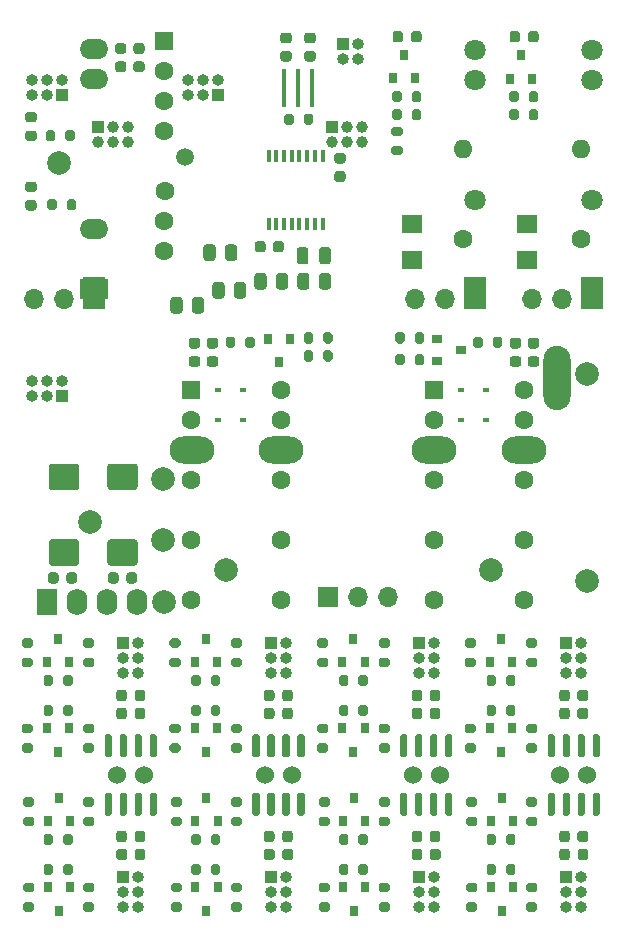
<source format=gbr>
%TF.GenerationSoftware,KiCad,Pcbnew,(5.1.10)-1*%
%TF.CreationDate,2022-01-20T20:18:56+07:00*%
%TF.ProjectId,PCB_4x_pnlz1_3,5043425f-3478-45f7-906e-6c7a315f332e,rev?*%
%TF.SameCoordinates,Original*%
%TF.FileFunction,Soldermask,Bot*%
%TF.FilePolarity,Negative*%
%FSLAX46Y46*%
G04 Gerber Fmt 4.6, Leading zero omitted, Abs format (unit mm)*
G04 Created by KiCad (PCBNEW (5.1.10)-1) date 2022-01-20 20:18:56*
%MOMM*%
%LPD*%
G01*
G04 APERTURE LIST*
%ADD10R,0.800000X0.900000*%
%ADD11R,1.000000X1.000000*%
%ADD12O,1.000000X1.000000*%
%ADD13C,1.524000*%
%ADD14C,1.000000*%
%ADD15C,1.600000*%
%ADD16R,1.600000X1.600000*%
%ADD17R,2.400000X1.700000*%
%ADD18O,2.400000X1.700000*%
%ADD19O,1.700000X1.700000*%
%ADD20R,1.900000X2.700000*%
%ADD21C,1.500000*%
%ADD22O,1.600000X1.600000*%
%ADD23C,2.000000*%
%ADD24R,0.400000X3.200000*%
%ADD25R,0.400000X1.000000*%
%ADD26C,1.800000*%
%ADD27R,1.800000X1.800000*%
%ADD28R,1.800000X1.500000*%
%ADD29O,2.290000X5.460000*%
%ADD30O,3.810000X2.290000*%
%ADD31R,0.900000X0.800000*%
%ADD32R,1.700000X1.700000*%
%ADD33O,1.750000X2.250000*%
%ADD34R,1.750000X2.250000*%
%ADD35R,0.600000X0.450000*%
G04 APERTURE END LIST*
%TO.C,C1*%
G36*
G01*
X107791000Y-109919000D02*
X107791000Y-110419000D01*
G75*
G02*
X107566000Y-110644000I-225000J0D01*
G01*
X107116000Y-110644000D01*
G75*
G02*
X106891000Y-110419000I0J225000D01*
G01*
X106891000Y-109919000D01*
G75*
G02*
X107116000Y-109694000I225000J0D01*
G01*
X107566000Y-109694000D01*
G75*
G02*
X107791000Y-109919000I0J-225000D01*
G01*
G37*
G36*
G01*
X106241000Y-109919000D02*
X106241000Y-110419000D01*
G75*
G02*
X106016000Y-110644000I-225000J0D01*
G01*
X105566000Y-110644000D01*
G75*
G02*
X105341000Y-110419000I0J225000D01*
G01*
X105341000Y-109919000D01*
G75*
G02*
X105566000Y-109694000I225000J0D01*
G01*
X106016000Y-109694000D01*
G75*
G02*
X106241000Y-109919000I0J-225000D01*
G01*
G37*
%TD*%
%TO.C,C1*%
G36*
G01*
X95291000Y-109919000D02*
X95291000Y-110419000D01*
G75*
G02*
X95066000Y-110644000I-225000J0D01*
G01*
X94616000Y-110644000D01*
G75*
G02*
X94391000Y-110419000I0J225000D01*
G01*
X94391000Y-109919000D01*
G75*
G02*
X94616000Y-109694000I225000J0D01*
G01*
X95066000Y-109694000D01*
G75*
G02*
X95291000Y-109919000I0J-225000D01*
G01*
G37*
G36*
G01*
X93741000Y-109919000D02*
X93741000Y-110419000D01*
G75*
G02*
X93516000Y-110644000I-225000J0D01*
G01*
X93066000Y-110644000D01*
G75*
G02*
X92841000Y-110419000I0J225000D01*
G01*
X92841000Y-109919000D01*
G75*
G02*
X93066000Y-109694000I225000J0D01*
G01*
X93516000Y-109694000D01*
G75*
G02*
X93741000Y-109919000I0J-225000D01*
G01*
G37*
%TD*%
%TO.C,C1*%
G36*
G01*
X82791000Y-109919000D02*
X82791000Y-110419000D01*
G75*
G02*
X82566000Y-110644000I-225000J0D01*
G01*
X82116000Y-110644000D01*
G75*
G02*
X81891000Y-110419000I0J225000D01*
G01*
X81891000Y-109919000D01*
G75*
G02*
X82116000Y-109694000I225000J0D01*
G01*
X82566000Y-109694000D01*
G75*
G02*
X82791000Y-109919000I0J-225000D01*
G01*
G37*
G36*
G01*
X81241000Y-109919000D02*
X81241000Y-110419000D01*
G75*
G02*
X81016000Y-110644000I-225000J0D01*
G01*
X80566000Y-110644000D01*
G75*
G02*
X80341000Y-110419000I0J225000D01*
G01*
X80341000Y-109919000D01*
G75*
G02*
X80566000Y-109694000I225000J0D01*
G01*
X81016000Y-109694000D01*
G75*
G02*
X81241000Y-109919000I0J-225000D01*
G01*
G37*
%TD*%
%TO.C,C2*%
G36*
G01*
X107791000Y-111443000D02*
X107791000Y-111943000D01*
G75*
G02*
X107566000Y-112168000I-225000J0D01*
G01*
X107116000Y-112168000D01*
G75*
G02*
X106891000Y-111943000I0J225000D01*
G01*
X106891000Y-111443000D01*
G75*
G02*
X107116000Y-111218000I225000J0D01*
G01*
X107566000Y-111218000D01*
G75*
G02*
X107791000Y-111443000I0J-225000D01*
G01*
G37*
G36*
G01*
X106241000Y-111443000D02*
X106241000Y-111943000D01*
G75*
G02*
X106016000Y-112168000I-225000J0D01*
G01*
X105566000Y-112168000D01*
G75*
G02*
X105341000Y-111943000I0J225000D01*
G01*
X105341000Y-111443000D01*
G75*
G02*
X105566000Y-111218000I225000J0D01*
G01*
X106016000Y-111218000D01*
G75*
G02*
X106241000Y-111443000I0J-225000D01*
G01*
G37*
%TD*%
%TO.C,C2*%
G36*
G01*
X95291000Y-111443000D02*
X95291000Y-111943000D01*
G75*
G02*
X95066000Y-112168000I-225000J0D01*
G01*
X94616000Y-112168000D01*
G75*
G02*
X94391000Y-111943000I0J225000D01*
G01*
X94391000Y-111443000D01*
G75*
G02*
X94616000Y-111218000I225000J0D01*
G01*
X95066000Y-111218000D01*
G75*
G02*
X95291000Y-111443000I0J-225000D01*
G01*
G37*
G36*
G01*
X93741000Y-111443000D02*
X93741000Y-111943000D01*
G75*
G02*
X93516000Y-112168000I-225000J0D01*
G01*
X93066000Y-112168000D01*
G75*
G02*
X92841000Y-111943000I0J225000D01*
G01*
X92841000Y-111443000D01*
G75*
G02*
X93066000Y-111218000I225000J0D01*
G01*
X93516000Y-111218000D01*
G75*
G02*
X93741000Y-111443000I0J-225000D01*
G01*
G37*
%TD*%
%TO.C,C2*%
G36*
G01*
X82791000Y-111443000D02*
X82791000Y-111943000D01*
G75*
G02*
X82566000Y-112168000I-225000J0D01*
G01*
X82116000Y-112168000D01*
G75*
G02*
X81891000Y-111943000I0J225000D01*
G01*
X81891000Y-111443000D01*
G75*
G02*
X82116000Y-111218000I225000J0D01*
G01*
X82566000Y-111218000D01*
G75*
G02*
X82791000Y-111443000I0J-225000D01*
G01*
G37*
G36*
G01*
X81241000Y-111443000D02*
X81241000Y-111943000D01*
G75*
G02*
X81016000Y-112168000I-225000J0D01*
G01*
X80566000Y-112168000D01*
G75*
G02*
X80341000Y-111943000I0J225000D01*
G01*
X80341000Y-111443000D01*
G75*
G02*
X80566000Y-111218000I225000J0D01*
G01*
X81016000Y-111218000D01*
G75*
G02*
X81241000Y-111443000I0J-225000D01*
G01*
G37*
%TD*%
%TO.C,C4*%
G36*
G01*
X107791000Y-121857000D02*
X107791000Y-122357000D01*
G75*
G02*
X107566000Y-122582000I-225000J0D01*
G01*
X107116000Y-122582000D01*
G75*
G02*
X106891000Y-122357000I0J225000D01*
G01*
X106891000Y-121857000D01*
G75*
G02*
X107116000Y-121632000I225000J0D01*
G01*
X107566000Y-121632000D01*
G75*
G02*
X107791000Y-121857000I0J-225000D01*
G01*
G37*
G36*
G01*
X106241000Y-121857000D02*
X106241000Y-122357000D01*
G75*
G02*
X106016000Y-122582000I-225000J0D01*
G01*
X105566000Y-122582000D01*
G75*
G02*
X105341000Y-122357000I0J225000D01*
G01*
X105341000Y-121857000D01*
G75*
G02*
X105566000Y-121632000I225000J0D01*
G01*
X106016000Y-121632000D01*
G75*
G02*
X106241000Y-121857000I0J-225000D01*
G01*
G37*
%TD*%
%TO.C,C4*%
G36*
G01*
X95291000Y-121857000D02*
X95291000Y-122357000D01*
G75*
G02*
X95066000Y-122582000I-225000J0D01*
G01*
X94616000Y-122582000D01*
G75*
G02*
X94391000Y-122357000I0J225000D01*
G01*
X94391000Y-121857000D01*
G75*
G02*
X94616000Y-121632000I225000J0D01*
G01*
X95066000Y-121632000D01*
G75*
G02*
X95291000Y-121857000I0J-225000D01*
G01*
G37*
G36*
G01*
X93741000Y-121857000D02*
X93741000Y-122357000D01*
G75*
G02*
X93516000Y-122582000I-225000J0D01*
G01*
X93066000Y-122582000D01*
G75*
G02*
X92841000Y-122357000I0J225000D01*
G01*
X92841000Y-121857000D01*
G75*
G02*
X93066000Y-121632000I225000J0D01*
G01*
X93516000Y-121632000D01*
G75*
G02*
X93741000Y-121857000I0J-225000D01*
G01*
G37*
%TD*%
%TO.C,C4*%
G36*
G01*
X82791000Y-121857000D02*
X82791000Y-122357000D01*
G75*
G02*
X82566000Y-122582000I-225000J0D01*
G01*
X82116000Y-122582000D01*
G75*
G02*
X81891000Y-122357000I0J225000D01*
G01*
X81891000Y-121857000D01*
G75*
G02*
X82116000Y-121632000I225000J0D01*
G01*
X82566000Y-121632000D01*
G75*
G02*
X82791000Y-121857000I0J-225000D01*
G01*
G37*
G36*
G01*
X81241000Y-121857000D02*
X81241000Y-122357000D01*
G75*
G02*
X81016000Y-122582000I-225000J0D01*
G01*
X80566000Y-122582000D01*
G75*
G02*
X80341000Y-122357000I0J225000D01*
G01*
X80341000Y-121857000D01*
G75*
G02*
X80566000Y-121632000I225000J0D01*
G01*
X81016000Y-121632000D01*
G75*
G02*
X81241000Y-121857000I0J-225000D01*
G01*
G37*
%TD*%
%TO.C,C6*%
G36*
G01*
X107804000Y-123381000D02*
X107804000Y-123881000D01*
G75*
G02*
X107579000Y-124106000I-225000J0D01*
G01*
X107129000Y-124106000D01*
G75*
G02*
X106904000Y-123881000I0J225000D01*
G01*
X106904000Y-123381000D01*
G75*
G02*
X107129000Y-123156000I225000J0D01*
G01*
X107579000Y-123156000D01*
G75*
G02*
X107804000Y-123381000I0J-225000D01*
G01*
G37*
G36*
G01*
X106254000Y-123381000D02*
X106254000Y-123881000D01*
G75*
G02*
X106029000Y-124106000I-225000J0D01*
G01*
X105579000Y-124106000D01*
G75*
G02*
X105354000Y-123881000I0J225000D01*
G01*
X105354000Y-123381000D01*
G75*
G02*
X105579000Y-123156000I225000J0D01*
G01*
X106029000Y-123156000D01*
G75*
G02*
X106254000Y-123381000I0J-225000D01*
G01*
G37*
%TD*%
%TO.C,C6*%
G36*
G01*
X95304000Y-123381000D02*
X95304000Y-123881000D01*
G75*
G02*
X95079000Y-124106000I-225000J0D01*
G01*
X94629000Y-124106000D01*
G75*
G02*
X94404000Y-123881000I0J225000D01*
G01*
X94404000Y-123381000D01*
G75*
G02*
X94629000Y-123156000I225000J0D01*
G01*
X95079000Y-123156000D01*
G75*
G02*
X95304000Y-123381000I0J-225000D01*
G01*
G37*
G36*
G01*
X93754000Y-123381000D02*
X93754000Y-123881000D01*
G75*
G02*
X93529000Y-124106000I-225000J0D01*
G01*
X93079000Y-124106000D01*
G75*
G02*
X92854000Y-123881000I0J225000D01*
G01*
X92854000Y-123381000D01*
G75*
G02*
X93079000Y-123156000I225000J0D01*
G01*
X93529000Y-123156000D01*
G75*
G02*
X93754000Y-123381000I0J-225000D01*
G01*
G37*
%TD*%
%TO.C,C6*%
G36*
G01*
X82804000Y-123381000D02*
X82804000Y-123881000D01*
G75*
G02*
X82579000Y-124106000I-225000J0D01*
G01*
X82129000Y-124106000D01*
G75*
G02*
X81904000Y-123881000I0J225000D01*
G01*
X81904000Y-123381000D01*
G75*
G02*
X82129000Y-123156000I225000J0D01*
G01*
X82579000Y-123156000D01*
G75*
G02*
X82804000Y-123381000I0J-225000D01*
G01*
G37*
G36*
G01*
X81254000Y-123381000D02*
X81254000Y-123881000D01*
G75*
G02*
X81029000Y-124106000I-225000J0D01*
G01*
X80579000Y-124106000D01*
G75*
G02*
X80354000Y-123881000I0J225000D01*
G01*
X80354000Y-123381000D01*
G75*
G02*
X80579000Y-123156000I225000J0D01*
G01*
X81029000Y-123156000D01*
G75*
G02*
X81254000Y-123381000I0J-225000D01*
G01*
G37*
%TD*%
D10*
%TO.C,Q1*%
X99472000Y-112963000D03*
X101372000Y-112963000D03*
X100422000Y-114963000D03*
%TD*%
%TO.C,Q1*%
X86972000Y-112963000D03*
X88872000Y-112963000D03*
X87922000Y-114963000D03*
%TD*%
%TO.C,Q1*%
X74472000Y-112963000D03*
X76372000Y-112963000D03*
X75422000Y-114963000D03*
%TD*%
%TO.C,Q4*%
X101372000Y-107375000D03*
X99472000Y-107375000D03*
X100422000Y-105375000D03*
%TD*%
%TO.C,Q4*%
X88872000Y-107375000D03*
X86972000Y-107375000D03*
X87922000Y-105375000D03*
%TD*%
%TO.C,Q4*%
X76372000Y-107375000D03*
X74472000Y-107375000D03*
X75422000Y-105375000D03*
%TD*%
%TO.C,Q6*%
X101433000Y-120837000D03*
X99533000Y-120837000D03*
X100483000Y-118837000D03*
%TD*%
%TO.C,Q6*%
X88933000Y-120837000D03*
X87033000Y-120837000D03*
X87983000Y-118837000D03*
%TD*%
%TO.C,Q6*%
X76433000Y-120837000D03*
X74533000Y-120837000D03*
X75483000Y-118837000D03*
%TD*%
%TO.C,Q8*%
X99533000Y-126425000D03*
X101433000Y-126425000D03*
X100483000Y-128425000D03*
%TD*%
%TO.C,Q8*%
X87033000Y-126425000D03*
X88933000Y-126425000D03*
X87983000Y-128425000D03*
%TD*%
%TO.C,Q8*%
X74533000Y-126425000D03*
X76433000Y-126425000D03*
X75483000Y-128425000D03*
%TD*%
%TO.C,R1*%
G36*
G01*
X98091000Y-115013000D02*
X97541000Y-115013000D01*
G75*
G02*
X97341000Y-114813000I0J200000D01*
G01*
X97341000Y-114413000D01*
G75*
G02*
X97541000Y-114213000I200000J0D01*
G01*
X98091000Y-114213000D01*
G75*
G02*
X98291000Y-114413000I0J-200000D01*
G01*
X98291000Y-114813000D01*
G75*
G02*
X98091000Y-115013000I-200000J0D01*
G01*
G37*
G36*
G01*
X98091000Y-113363000D02*
X97541000Y-113363000D01*
G75*
G02*
X97341000Y-113163000I0J200000D01*
G01*
X97341000Y-112763000D01*
G75*
G02*
X97541000Y-112563000I200000J0D01*
G01*
X98091000Y-112563000D01*
G75*
G02*
X98291000Y-112763000I0J-200000D01*
G01*
X98291000Y-113163000D01*
G75*
G02*
X98091000Y-113363000I-200000J0D01*
G01*
G37*
%TD*%
%TO.C,R1*%
G36*
G01*
X85591000Y-115013000D02*
X85041000Y-115013000D01*
G75*
G02*
X84841000Y-114813000I0J200000D01*
G01*
X84841000Y-114413000D01*
G75*
G02*
X85041000Y-114213000I200000J0D01*
G01*
X85591000Y-114213000D01*
G75*
G02*
X85791000Y-114413000I0J-200000D01*
G01*
X85791000Y-114813000D01*
G75*
G02*
X85591000Y-115013000I-200000J0D01*
G01*
G37*
G36*
G01*
X85591000Y-113363000D02*
X85041000Y-113363000D01*
G75*
G02*
X84841000Y-113163000I0J200000D01*
G01*
X84841000Y-112763000D01*
G75*
G02*
X85041000Y-112563000I200000J0D01*
G01*
X85591000Y-112563000D01*
G75*
G02*
X85791000Y-112763000I0J-200000D01*
G01*
X85791000Y-113163000D01*
G75*
G02*
X85591000Y-113363000I-200000J0D01*
G01*
G37*
%TD*%
%TO.C,R1*%
G36*
G01*
X73091000Y-115013000D02*
X72541000Y-115013000D01*
G75*
G02*
X72341000Y-114813000I0J200000D01*
G01*
X72341000Y-114413000D01*
G75*
G02*
X72541000Y-114213000I200000J0D01*
G01*
X73091000Y-114213000D01*
G75*
G02*
X73291000Y-114413000I0J-200000D01*
G01*
X73291000Y-114813000D01*
G75*
G02*
X73091000Y-115013000I-200000J0D01*
G01*
G37*
G36*
G01*
X73091000Y-113363000D02*
X72541000Y-113363000D01*
G75*
G02*
X72341000Y-113163000I0J200000D01*
G01*
X72341000Y-112763000D01*
G75*
G02*
X72541000Y-112563000I200000J0D01*
G01*
X73091000Y-112563000D01*
G75*
G02*
X73291000Y-112763000I0J-200000D01*
G01*
X73291000Y-113163000D01*
G75*
G02*
X73091000Y-113363000I-200000J0D01*
G01*
G37*
%TD*%
%TO.C,R4*%
G36*
G01*
X102748000Y-105325000D02*
X103298000Y-105325000D01*
G75*
G02*
X103498000Y-105525000I0J-200000D01*
G01*
X103498000Y-105925000D01*
G75*
G02*
X103298000Y-106125000I-200000J0D01*
G01*
X102748000Y-106125000D01*
G75*
G02*
X102548000Y-105925000I0J200000D01*
G01*
X102548000Y-105525000D01*
G75*
G02*
X102748000Y-105325000I200000J0D01*
G01*
G37*
G36*
G01*
X102748000Y-106975000D02*
X103298000Y-106975000D01*
G75*
G02*
X103498000Y-107175000I0J-200000D01*
G01*
X103498000Y-107575000D01*
G75*
G02*
X103298000Y-107775000I-200000J0D01*
G01*
X102748000Y-107775000D01*
G75*
G02*
X102548000Y-107575000I0J200000D01*
G01*
X102548000Y-107175000D01*
G75*
G02*
X102748000Y-106975000I200000J0D01*
G01*
G37*
%TD*%
%TO.C,R4*%
G36*
G01*
X90248000Y-105325000D02*
X90798000Y-105325000D01*
G75*
G02*
X90998000Y-105525000I0J-200000D01*
G01*
X90998000Y-105925000D01*
G75*
G02*
X90798000Y-106125000I-200000J0D01*
G01*
X90248000Y-106125000D01*
G75*
G02*
X90048000Y-105925000I0J200000D01*
G01*
X90048000Y-105525000D01*
G75*
G02*
X90248000Y-105325000I200000J0D01*
G01*
G37*
G36*
G01*
X90248000Y-106975000D02*
X90798000Y-106975000D01*
G75*
G02*
X90998000Y-107175000I0J-200000D01*
G01*
X90998000Y-107575000D01*
G75*
G02*
X90798000Y-107775000I-200000J0D01*
G01*
X90248000Y-107775000D01*
G75*
G02*
X90048000Y-107575000I0J200000D01*
G01*
X90048000Y-107175000D01*
G75*
G02*
X90248000Y-106975000I200000J0D01*
G01*
G37*
%TD*%
%TO.C,R4*%
G36*
G01*
X77748000Y-105325000D02*
X78298000Y-105325000D01*
G75*
G02*
X78498000Y-105525000I0J-200000D01*
G01*
X78498000Y-105925000D01*
G75*
G02*
X78298000Y-106125000I-200000J0D01*
G01*
X77748000Y-106125000D01*
G75*
G02*
X77548000Y-105925000I0J200000D01*
G01*
X77548000Y-105525000D01*
G75*
G02*
X77748000Y-105325000I200000J0D01*
G01*
G37*
G36*
G01*
X77748000Y-106975000D02*
X78298000Y-106975000D01*
G75*
G02*
X78498000Y-107175000I0J-200000D01*
G01*
X78498000Y-107575000D01*
G75*
G02*
X78298000Y-107775000I-200000J0D01*
G01*
X77748000Y-107775000D01*
G75*
G02*
X77548000Y-107575000I0J200000D01*
G01*
X77548000Y-107175000D01*
G75*
G02*
X77748000Y-106975000I200000J0D01*
G01*
G37*
%TD*%
%TO.C,R5*%
G36*
G01*
X102748000Y-112563000D02*
X103298000Y-112563000D01*
G75*
G02*
X103498000Y-112763000I0J-200000D01*
G01*
X103498000Y-113163000D01*
G75*
G02*
X103298000Y-113363000I-200000J0D01*
G01*
X102748000Y-113363000D01*
G75*
G02*
X102548000Y-113163000I0J200000D01*
G01*
X102548000Y-112763000D01*
G75*
G02*
X102748000Y-112563000I200000J0D01*
G01*
G37*
G36*
G01*
X102748000Y-114213000D02*
X103298000Y-114213000D01*
G75*
G02*
X103498000Y-114413000I0J-200000D01*
G01*
X103498000Y-114813000D01*
G75*
G02*
X103298000Y-115013000I-200000J0D01*
G01*
X102748000Y-115013000D01*
G75*
G02*
X102548000Y-114813000I0J200000D01*
G01*
X102548000Y-114413000D01*
G75*
G02*
X102748000Y-114213000I200000J0D01*
G01*
G37*
%TD*%
%TO.C,R5*%
G36*
G01*
X90248000Y-112563000D02*
X90798000Y-112563000D01*
G75*
G02*
X90998000Y-112763000I0J-200000D01*
G01*
X90998000Y-113163000D01*
G75*
G02*
X90798000Y-113363000I-200000J0D01*
G01*
X90248000Y-113363000D01*
G75*
G02*
X90048000Y-113163000I0J200000D01*
G01*
X90048000Y-112763000D01*
G75*
G02*
X90248000Y-112563000I200000J0D01*
G01*
G37*
G36*
G01*
X90248000Y-114213000D02*
X90798000Y-114213000D01*
G75*
G02*
X90998000Y-114413000I0J-200000D01*
G01*
X90998000Y-114813000D01*
G75*
G02*
X90798000Y-115013000I-200000J0D01*
G01*
X90248000Y-115013000D01*
G75*
G02*
X90048000Y-114813000I0J200000D01*
G01*
X90048000Y-114413000D01*
G75*
G02*
X90248000Y-114213000I200000J0D01*
G01*
G37*
%TD*%
%TO.C,R5*%
G36*
G01*
X77748000Y-112563000D02*
X78298000Y-112563000D01*
G75*
G02*
X78498000Y-112763000I0J-200000D01*
G01*
X78498000Y-113163000D01*
G75*
G02*
X78298000Y-113363000I-200000J0D01*
G01*
X77748000Y-113363000D01*
G75*
G02*
X77548000Y-113163000I0J200000D01*
G01*
X77548000Y-112763000D01*
G75*
G02*
X77748000Y-112563000I200000J0D01*
G01*
G37*
G36*
G01*
X77748000Y-114213000D02*
X78298000Y-114213000D01*
G75*
G02*
X78498000Y-114413000I0J-200000D01*
G01*
X78498000Y-114813000D01*
G75*
G02*
X78298000Y-115013000I-200000J0D01*
G01*
X77748000Y-115013000D01*
G75*
G02*
X77548000Y-114813000I0J200000D01*
G01*
X77548000Y-114413000D01*
G75*
G02*
X77748000Y-114213000I200000J0D01*
G01*
G37*
%TD*%
%TO.C,R8*%
G36*
G01*
X98091000Y-107774000D02*
X97541000Y-107774000D01*
G75*
G02*
X97341000Y-107574000I0J200000D01*
G01*
X97341000Y-107174000D01*
G75*
G02*
X97541000Y-106974000I200000J0D01*
G01*
X98091000Y-106974000D01*
G75*
G02*
X98291000Y-107174000I0J-200000D01*
G01*
X98291000Y-107574000D01*
G75*
G02*
X98091000Y-107774000I-200000J0D01*
G01*
G37*
G36*
G01*
X98091000Y-106124000D02*
X97541000Y-106124000D01*
G75*
G02*
X97341000Y-105924000I0J200000D01*
G01*
X97341000Y-105524000D01*
G75*
G02*
X97541000Y-105324000I200000J0D01*
G01*
X98091000Y-105324000D01*
G75*
G02*
X98291000Y-105524000I0J-200000D01*
G01*
X98291000Y-105924000D01*
G75*
G02*
X98091000Y-106124000I-200000J0D01*
G01*
G37*
%TD*%
%TO.C,R8*%
G36*
G01*
X85591000Y-107774000D02*
X85041000Y-107774000D01*
G75*
G02*
X84841000Y-107574000I0J200000D01*
G01*
X84841000Y-107174000D01*
G75*
G02*
X85041000Y-106974000I200000J0D01*
G01*
X85591000Y-106974000D01*
G75*
G02*
X85791000Y-107174000I0J-200000D01*
G01*
X85791000Y-107574000D01*
G75*
G02*
X85591000Y-107774000I-200000J0D01*
G01*
G37*
G36*
G01*
X85591000Y-106124000D02*
X85041000Y-106124000D01*
G75*
G02*
X84841000Y-105924000I0J200000D01*
G01*
X84841000Y-105524000D01*
G75*
G02*
X85041000Y-105324000I200000J0D01*
G01*
X85591000Y-105324000D01*
G75*
G02*
X85791000Y-105524000I0J-200000D01*
G01*
X85791000Y-105924000D01*
G75*
G02*
X85591000Y-106124000I-200000J0D01*
G01*
G37*
%TD*%
%TO.C,R8*%
G36*
G01*
X73091000Y-107774000D02*
X72541000Y-107774000D01*
G75*
G02*
X72341000Y-107574000I0J200000D01*
G01*
X72341000Y-107174000D01*
G75*
G02*
X72541000Y-106974000I200000J0D01*
G01*
X73091000Y-106974000D01*
G75*
G02*
X73291000Y-107174000I0J-200000D01*
G01*
X73291000Y-107574000D01*
G75*
G02*
X73091000Y-107774000I-200000J0D01*
G01*
G37*
G36*
G01*
X73091000Y-106124000D02*
X72541000Y-106124000D01*
G75*
G02*
X72341000Y-105924000I0J200000D01*
G01*
X72341000Y-105524000D01*
G75*
G02*
X72541000Y-105324000I200000J0D01*
G01*
X73091000Y-105324000D01*
G75*
G02*
X73291000Y-105524000I0J-200000D01*
G01*
X73291000Y-105924000D01*
G75*
G02*
X73091000Y-106124000I-200000J0D01*
G01*
G37*
%TD*%
%TO.C,R9*%
G36*
G01*
X99194000Y-111714000D02*
X99194000Y-111164000D01*
G75*
G02*
X99394000Y-110964000I200000J0D01*
G01*
X99794000Y-110964000D01*
G75*
G02*
X99994000Y-111164000I0J-200000D01*
G01*
X99994000Y-111714000D01*
G75*
G02*
X99794000Y-111914000I-200000J0D01*
G01*
X99394000Y-111914000D01*
G75*
G02*
X99194000Y-111714000I0J200000D01*
G01*
G37*
G36*
G01*
X100844000Y-111714000D02*
X100844000Y-111164000D01*
G75*
G02*
X101044000Y-110964000I200000J0D01*
G01*
X101444000Y-110964000D01*
G75*
G02*
X101644000Y-111164000I0J-200000D01*
G01*
X101644000Y-111714000D01*
G75*
G02*
X101444000Y-111914000I-200000J0D01*
G01*
X101044000Y-111914000D01*
G75*
G02*
X100844000Y-111714000I0J200000D01*
G01*
G37*
%TD*%
%TO.C,R9*%
G36*
G01*
X86694000Y-111714000D02*
X86694000Y-111164000D01*
G75*
G02*
X86894000Y-110964000I200000J0D01*
G01*
X87294000Y-110964000D01*
G75*
G02*
X87494000Y-111164000I0J-200000D01*
G01*
X87494000Y-111714000D01*
G75*
G02*
X87294000Y-111914000I-200000J0D01*
G01*
X86894000Y-111914000D01*
G75*
G02*
X86694000Y-111714000I0J200000D01*
G01*
G37*
G36*
G01*
X88344000Y-111714000D02*
X88344000Y-111164000D01*
G75*
G02*
X88544000Y-110964000I200000J0D01*
G01*
X88944000Y-110964000D01*
G75*
G02*
X89144000Y-111164000I0J-200000D01*
G01*
X89144000Y-111714000D01*
G75*
G02*
X88944000Y-111914000I-200000J0D01*
G01*
X88544000Y-111914000D01*
G75*
G02*
X88344000Y-111714000I0J200000D01*
G01*
G37*
%TD*%
%TO.C,R9*%
G36*
G01*
X74194000Y-111714000D02*
X74194000Y-111164000D01*
G75*
G02*
X74394000Y-110964000I200000J0D01*
G01*
X74794000Y-110964000D01*
G75*
G02*
X74994000Y-111164000I0J-200000D01*
G01*
X74994000Y-111714000D01*
G75*
G02*
X74794000Y-111914000I-200000J0D01*
G01*
X74394000Y-111914000D01*
G75*
G02*
X74194000Y-111714000I0J200000D01*
G01*
G37*
G36*
G01*
X75844000Y-111714000D02*
X75844000Y-111164000D01*
G75*
G02*
X76044000Y-110964000I200000J0D01*
G01*
X76444000Y-110964000D01*
G75*
G02*
X76644000Y-111164000I0J-200000D01*
G01*
X76644000Y-111714000D01*
G75*
G02*
X76444000Y-111914000I-200000J0D01*
G01*
X76044000Y-111914000D01*
G75*
G02*
X75844000Y-111714000I0J200000D01*
G01*
G37*
%TD*%
%TO.C,R12*%
G36*
G01*
X101645000Y-108624000D02*
X101645000Y-109174000D01*
G75*
G02*
X101445000Y-109374000I-200000J0D01*
G01*
X101045000Y-109374000D01*
G75*
G02*
X100845000Y-109174000I0J200000D01*
G01*
X100845000Y-108624000D01*
G75*
G02*
X101045000Y-108424000I200000J0D01*
G01*
X101445000Y-108424000D01*
G75*
G02*
X101645000Y-108624000I0J-200000D01*
G01*
G37*
G36*
G01*
X99995000Y-108624000D02*
X99995000Y-109174000D01*
G75*
G02*
X99795000Y-109374000I-200000J0D01*
G01*
X99395000Y-109374000D01*
G75*
G02*
X99195000Y-109174000I0J200000D01*
G01*
X99195000Y-108624000D01*
G75*
G02*
X99395000Y-108424000I200000J0D01*
G01*
X99795000Y-108424000D01*
G75*
G02*
X99995000Y-108624000I0J-200000D01*
G01*
G37*
%TD*%
%TO.C,R12*%
G36*
G01*
X89145000Y-108624000D02*
X89145000Y-109174000D01*
G75*
G02*
X88945000Y-109374000I-200000J0D01*
G01*
X88545000Y-109374000D01*
G75*
G02*
X88345000Y-109174000I0J200000D01*
G01*
X88345000Y-108624000D01*
G75*
G02*
X88545000Y-108424000I200000J0D01*
G01*
X88945000Y-108424000D01*
G75*
G02*
X89145000Y-108624000I0J-200000D01*
G01*
G37*
G36*
G01*
X87495000Y-108624000D02*
X87495000Y-109174000D01*
G75*
G02*
X87295000Y-109374000I-200000J0D01*
G01*
X86895000Y-109374000D01*
G75*
G02*
X86695000Y-109174000I0J200000D01*
G01*
X86695000Y-108624000D01*
G75*
G02*
X86895000Y-108424000I200000J0D01*
G01*
X87295000Y-108424000D01*
G75*
G02*
X87495000Y-108624000I0J-200000D01*
G01*
G37*
%TD*%
%TO.C,R12*%
G36*
G01*
X76645000Y-108624000D02*
X76645000Y-109174000D01*
G75*
G02*
X76445000Y-109374000I-200000J0D01*
G01*
X76045000Y-109374000D01*
G75*
G02*
X75845000Y-109174000I0J200000D01*
G01*
X75845000Y-108624000D01*
G75*
G02*
X76045000Y-108424000I200000J0D01*
G01*
X76445000Y-108424000D01*
G75*
G02*
X76645000Y-108624000I0J-200000D01*
G01*
G37*
G36*
G01*
X74995000Y-108624000D02*
X74995000Y-109174000D01*
G75*
G02*
X74795000Y-109374000I-200000J0D01*
G01*
X74395000Y-109374000D01*
G75*
G02*
X74195000Y-109174000I0J200000D01*
G01*
X74195000Y-108624000D01*
G75*
G02*
X74395000Y-108424000I200000J0D01*
G01*
X74795000Y-108424000D01*
G75*
G02*
X74995000Y-108624000I0J-200000D01*
G01*
G37*
%TD*%
%TO.C,R14*%
G36*
G01*
X101644000Y-122086000D02*
X101644000Y-122636000D01*
G75*
G02*
X101444000Y-122836000I-200000J0D01*
G01*
X101044000Y-122836000D01*
G75*
G02*
X100844000Y-122636000I0J200000D01*
G01*
X100844000Y-122086000D01*
G75*
G02*
X101044000Y-121886000I200000J0D01*
G01*
X101444000Y-121886000D01*
G75*
G02*
X101644000Y-122086000I0J-200000D01*
G01*
G37*
G36*
G01*
X99994000Y-122086000D02*
X99994000Y-122636000D01*
G75*
G02*
X99794000Y-122836000I-200000J0D01*
G01*
X99394000Y-122836000D01*
G75*
G02*
X99194000Y-122636000I0J200000D01*
G01*
X99194000Y-122086000D01*
G75*
G02*
X99394000Y-121886000I200000J0D01*
G01*
X99794000Y-121886000D01*
G75*
G02*
X99994000Y-122086000I0J-200000D01*
G01*
G37*
%TD*%
%TO.C,R14*%
G36*
G01*
X89144000Y-122086000D02*
X89144000Y-122636000D01*
G75*
G02*
X88944000Y-122836000I-200000J0D01*
G01*
X88544000Y-122836000D01*
G75*
G02*
X88344000Y-122636000I0J200000D01*
G01*
X88344000Y-122086000D01*
G75*
G02*
X88544000Y-121886000I200000J0D01*
G01*
X88944000Y-121886000D01*
G75*
G02*
X89144000Y-122086000I0J-200000D01*
G01*
G37*
G36*
G01*
X87494000Y-122086000D02*
X87494000Y-122636000D01*
G75*
G02*
X87294000Y-122836000I-200000J0D01*
G01*
X86894000Y-122836000D01*
G75*
G02*
X86694000Y-122636000I0J200000D01*
G01*
X86694000Y-122086000D01*
G75*
G02*
X86894000Y-121886000I200000J0D01*
G01*
X87294000Y-121886000D01*
G75*
G02*
X87494000Y-122086000I0J-200000D01*
G01*
G37*
%TD*%
%TO.C,R14*%
G36*
G01*
X76644000Y-122086000D02*
X76644000Y-122636000D01*
G75*
G02*
X76444000Y-122836000I-200000J0D01*
G01*
X76044000Y-122836000D01*
G75*
G02*
X75844000Y-122636000I0J200000D01*
G01*
X75844000Y-122086000D01*
G75*
G02*
X76044000Y-121886000I200000J0D01*
G01*
X76444000Y-121886000D01*
G75*
G02*
X76644000Y-122086000I0J-200000D01*
G01*
G37*
G36*
G01*
X74994000Y-122086000D02*
X74994000Y-122636000D01*
G75*
G02*
X74794000Y-122836000I-200000J0D01*
G01*
X74394000Y-122836000D01*
G75*
G02*
X74194000Y-122636000I0J200000D01*
G01*
X74194000Y-122086000D01*
G75*
G02*
X74394000Y-121886000I200000J0D01*
G01*
X74794000Y-121886000D01*
G75*
G02*
X74994000Y-122086000I0J-200000D01*
G01*
G37*
%TD*%
%TO.C,R16*%
G36*
G01*
X99194000Y-125176000D02*
X99194000Y-124626000D01*
G75*
G02*
X99394000Y-124426000I200000J0D01*
G01*
X99794000Y-124426000D01*
G75*
G02*
X99994000Y-124626000I0J-200000D01*
G01*
X99994000Y-125176000D01*
G75*
G02*
X99794000Y-125376000I-200000J0D01*
G01*
X99394000Y-125376000D01*
G75*
G02*
X99194000Y-125176000I0J200000D01*
G01*
G37*
G36*
G01*
X100844000Y-125176000D02*
X100844000Y-124626000D01*
G75*
G02*
X101044000Y-124426000I200000J0D01*
G01*
X101444000Y-124426000D01*
G75*
G02*
X101644000Y-124626000I0J-200000D01*
G01*
X101644000Y-125176000D01*
G75*
G02*
X101444000Y-125376000I-200000J0D01*
G01*
X101044000Y-125376000D01*
G75*
G02*
X100844000Y-125176000I0J200000D01*
G01*
G37*
%TD*%
%TO.C,R16*%
G36*
G01*
X86694000Y-125176000D02*
X86694000Y-124626000D01*
G75*
G02*
X86894000Y-124426000I200000J0D01*
G01*
X87294000Y-124426000D01*
G75*
G02*
X87494000Y-124626000I0J-200000D01*
G01*
X87494000Y-125176000D01*
G75*
G02*
X87294000Y-125376000I-200000J0D01*
G01*
X86894000Y-125376000D01*
G75*
G02*
X86694000Y-125176000I0J200000D01*
G01*
G37*
G36*
G01*
X88344000Y-125176000D02*
X88344000Y-124626000D01*
G75*
G02*
X88544000Y-124426000I200000J0D01*
G01*
X88944000Y-124426000D01*
G75*
G02*
X89144000Y-124626000I0J-200000D01*
G01*
X89144000Y-125176000D01*
G75*
G02*
X88944000Y-125376000I-200000J0D01*
G01*
X88544000Y-125376000D01*
G75*
G02*
X88344000Y-125176000I0J200000D01*
G01*
G37*
%TD*%
%TO.C,R16*%
G36*
G01*
X74194000Y-125176000D02*
X74194000Y-124626000D01*
G75*
G02*
X74394000Y-124426000I200000J0D01*
G01*
X74794000Y-124426000D01*
G75*
G02*
X74994000Y-124626000I0J-200000D01*
G01*
X74994000Y-125176000D01*
G75*
G02*
X74794000Y-125376000I-200000J0D01*
G01*
X74394000Y-125376000D01*
G75*
G02*
X74194000Y-125176000I0J200000D01*
G01*
G37*
G36*
G01*
X75844000Y-125176000D02*
X75844000Y-124626000D01*
G75*
G02*
X76044000Y-124426000I200000J0D01*
G01*
X76444000Y-124426000D01*
G75*
G02*
X76644000Y-124626000I0J-200000D01*
G01*
X76644000Y-125176000D01*
G75*
G02*
X76444000Y-125376000I-200000J0D01*
G01*
X76044000Y-125376000D01*
G75*
G02*
X75844000Y-125176000I0J200000D01*
G01*
G37*
%TD*%
%TO.C,R18*%
G36*
G01*
X97668000Y-118787000D02*
X98218000Y-118787000D01*
G75*
G02*
X98418000Y-118987000I0J-200000D01*
G01*
X98418000Y-119387000D01*
G75*
G02*
X98218000Y-119587000I-200000J0D01*
G01*
X97668000Y-119587000D01*
G75*
G02*
X97468000Y-119387000I0J200000D01*
G01*
X97468000Y-118987000D01*
G75*
G02*
X97668000Y-118787000I200000J0D01*
G01*
G37*
G36*
G01*
X97668000Y-120437000D02*
X98218000Y-120437000D01*
G75*
G02*
X98418000Y-120637000I0J-200000D01*
G01*
X98418000Y-121037000D01*
G75*
G02*
X98218000Y-121237000I-200000J0D01*
G01*
X97668000Y-121237000D01*
G75*
G02*
X97468000Y-121037000I0J200000D01*
G01*
X97468000Y-120637000D01*
G75*
G02*
X97668000Y-120437000I200000J0D01*
G01*
G37*
%TD*%
%TO.C,R18*%
G36*
G01*
X85168000Y-118787000D02*
X85718000Y-118787000D01*
G75*
G02*
X85918000Y-118987000I0J-200000D01*
G01*
X85918000Y-119387000D01*
G75*
G02*
X85718000Y-119587000I-200000J0D01*
G01*
X85168000Y-119587000D01*
G75*
G02*
X84968000Y-119387000I0J200000D01*
G01*
X84968000Y-118987000D01*
G75*
G02*
X85168000Y-118787000I200000J0D01*
G01*
G37*
G36*
G01*
X85168000Y-120437000D02*
X85718000Y-120437000D01*
G75*
G02*
X85918000Y-120637000I0J-200000D01*
G01*
X85918000Y-121037000D01*
G75*
G02*
X85718000Y-121237000I-200000J0D01*
G01*
X85168000Y-121237000D01*
G75*
G02*
X84968000Y-121037000I0J200000D01*
G01*
X84968000Y-120637000D01*
G75*
G02*
X85168000Y-120437000I200000J0D01*
G01*
G37*
%TD*%
%TO.C,R18*%
G36*
G01*
X72668000Y-118787000D02*
X73218000Y-118787000D01*
G75*
G02*
X73418000Y-118987000I0J-200000D01*
G01*
X73418000Y-119387000D01*
G75*
G02*
X73218000Y-119587000I-200000J0D01*
G01*
X72668000Y-119587000D01*
G75*
G02*
X72468000Y-119387000I0J200000D01*
G01*
X72468000Y-118987000D01*
G75*
G02*
X72668000Y-118787000I200000J0D01*
G01*
G37*
G36*
G01*
X72668000Y-120437000D02*
X73218000Y-120437000D01*
G75*
G02*
X73418000Y-120637000I0J-200000D01*
G01*
X73418000Y-121037000D01*
G75*
G02*
X73218000Y-121237000I-200000J0D01*
G01*
X72668000Y-121237000D01*
G75*
G02*
X72468000Y-121037000I0J200000D01*
G01*
X72468000Y-120637000D01*
G75*
G02*
X72668000Y-120437000I200000J0D01*
G01*
G37*
%TD*%
%TO.C,R20*%
G36*
G01*
X103298000Y-128475000D02*
X102748000Y-128475000D01*
G75*
G02*
X102548000Y-128275000I0J200000D01*
G01*
X102548000Y-127875000D01*
G75*
G02*
X102748000Y-127675000I200000J0D01*
G01*
X103298000Y-127675000D01*
G75*
G02*
X103498000Y-127875000I0J-200000D01*
G01*
X103498000Y-128275000D01*
G75*
G02*
X103298000Y-128475000I-200000J0D01*
G01*
G37*
G36*
G01*
X103298000Y-126825000D02*
X102748000Y-126825000D01*
G75*
G02*
X102548000Y-126625000I0J200000D01*
G01*
X102548000Y-126225000D01*
G75*
G02*
X102748000Y-126025000I200000J0D01*
G01*
X103298000Y-126025000D01*
G75*
G02*
X103498000Y-126225000I0J-200000D01*
G01*
X103498000Y-126625000D01*
G75*
G02*
X103298000Y-126825000I-200000J0D01*
G01*
G37*
%TD*%
%TO.C,R20*%
G36*
G01*
X90798000Y-128475000D02*
X90248000Y-128475000D01*
G75*
G02*
X90048000Y-128275000I0J200000D01*
G01*
X90048000Y-127875000D01*
G75*
G02*
X90248000Y-127675000I200000J0D01*
G01*
X90798000Y-127675000D01*
G75*
G02*
X90998000Y-127875000I0J-200000D01*
G01*
X90998000Y-128275000D01*
G75*
G02*
X90798000Y-128475000I-200000J0D01*
G01*
G37*
G36*
G01*
X90798000Y-126825000D02*
X90248000Y-126825000D01*
G75*
G02*
X90048000Y-126625000I0J200000D01*
G01*
X90048000Y-126225000D01*
G75*
G02*
X90248000Y-126025000I200000J0D01*
G01*
X90798000Y-126025000D01*
G75*
G02*
X90998000Y-126225000I0J-200000D01*
G01*
X90998000Y-126625000D01*
G75*
G02*
X90798000Y-126825000I-200000J0D01*
G01*
G37*
%TD*%
%TO.C,R20*%
G36*
G01*
X78298000Y-128475000D02*
X77748000Y-128475000D01*
G75*
G02*
X77548000Y-128275000I0J200000D01*
G01*
X77548000Y-127875000D01*
G75*
G02*
X77748000Y-127675000I200000J0D01*
G01*
X78298000Y-127675000D01*
G75*
G02*
X78498000Y-127875000I0J-200000D01*
G01*
X78498000Y-128275000D01*
G75*
G02*
X78298000Y-128475000I-200000J0D01*
G01*
G37*
G36*
G01*
X78298000Y-126825000D02*
X77748000Y-126825000D01*
G75*
G02*
X77548000Y-126625000I0J200000D01*
G01*
X77548000Y-126225000D01*
G75*
G02*
X77748000Y-126025000I200000J0D01*
G01*
X78298000Y-126025000D01*
G75*
G02*
X78498000Y-126225000I0J-200000D01*
G01*
X78498000Y-126625000D01*
G75*
G02*
X78298000Y-126825000I-200000J0D01*
G01*
G37*
%TD*%
%TO.C,R22*%
G36*
G01*
X102748000Y-118787000D02*
X103298000Y-118787000D01*
G75*
G02*
X103498000Y-118987000I0J-200000D01*
G01*
X103498000Y-119387000D01*
G75*
G02*
X103298000Y-119587000I-200000J0D01*
G01*
X102748000Y-119587000D01*
G75*
G02*
X102548000Y-119387000I0J200000D01*
G01*
X102548000Y-118987000D01*
G75*
G02*
X102748000Y-118787000I200000J0D01*
G01*
G37*
G36*
G01*
X102748000Y-120437000D02*
X103298000Y-120437000D01*
G75*
G02*
X103498000Y-120637000I0J-200000D01*
G01*
X103498000Y-121037000D01*
G75*
G02*
X103298000Y-121237000I-200000J0D01*
G01*
X102748000Y-121237000D01*
G75*
G02*
X102548000Y-121037000I0J200000D01*
G01*
X102548000Y-120637000D01*
G75*
G02*
X102748000Y-120437000I200000J0D01*
G01*
G37*
%TD*%
%TO.C,R22*%
G36*
G01*
X90248000Y-118787000D02*
X90798000Y-118787000D01*
G75*
G02*
X90998000Y-118987000I0J-200000D01*
G01*
X90998000Y-119387000D01*
G75*
G02*
X90798000Y-119587000I-200000J0D01*
G01*
X90248000Y-119587000D01*
G75*
G02*
X90048000Y-119387000I0J200000D01*
G01*
X90048000Y-118987000D01*
G75*
G02*
X90248000Y-118787000I200000J0D01*
G01*
G37*
G36*
G01*
X90248000Y-120437000D02*
X90798000Y-120437000D01*
G75*
G02*
X90998000Y-120637000I0J-200000D01*
G01*
X90998000Y-121037000D01*
G75*
G02*
X90798000Y-121237000I-200000J0D01*
G01*
X90248000Y-121237000D01*
G75*
G02*
X90048000Y-121037000I0J200000D01*
G01*
X90048000Y-120637000D01*
G75*
G02*
X90248000Y-120437000I200000J0D01*
G01*
G37*
%TD*%
%TO.C,R22*%
G36*
G01*
X77748000Y-118787000D02*
X78298000Y-118787000D01*
G75*
G02*
X78498000Y-118987000I0J-200000D01*
G01*
X78498000Y-119387000D01*
G75*
G02*
X78298000Y-119587000I-200000J0D01*
G01*
X77748000Y-119587000D01*
G75*
G02*
X77548000Y-119387000I0J200000D01*
G01*
X77548000Y-118987000D01*
G75*
G02*
X77748000Y-118787000I200000J0D01*
G01*
G37*
G36*
G01*
X77748000Y-120437000D02*
X78298000Y-120437000D01*
G75*
G02*
X78498000Y-120637000I0J-200000D01*
G01*
X78498000Y-121037000D01*
G75*
G02*
X78298000Y-121237000I-200000J0D01*
G01*
X77748000Y-121237000D01*
G75*
G02*
X77548000Y-121037000I0J200000D01*
G01*
X77548000Y-120637000D01*
G75*
G02*
X77748000Y-120437000I200000J0D01*
G01*
G37*
%TD*%
%TO.C,R24*%
G36*
G01*
X98218000Y-128475000D02*
X97668000Y-128475000D01*
G75*
G02*
X97468000Y-128275000I0J200000D01*
G01*
X97468000Y-127875000D01*
G75*
G02*
X97668000Y-127675000I200000J0D01*
G01*
X98218000Y-127675000D01*
G75*
G02*
X98418000Y-127875000I0J-200000D01*
G01*
X98418000Y-128275000D01*
G75*
G02*
X98218000Y-128475000I-200000J0D01*
G01*
G37*
G36*
G01*
X98218000Y-126825000D02*
X97668000Y-126825000D01*
G75*
G02*
X97468000Y-126625000I0J200000D01*
G01*
X97468000Y-126225000D01*
G75*
G02*
X97668000Y-126025000I200000J0D01*
G01*
X98218000Y-126025000D01*
G75*
G02*
X98418000Y-126225000I0J-200000D01*
G01*
X98418000Y-126625000D01*
G75*
G02*
X98218000Y-126825000I-200000J0D01*
G01*
G37*
%TD*%
%TO.C,R24*%
G36*
G01*
X85718000Y-128475000D02*
X85168000Y-128475000D01*
G75*
G02*
X84968000Y-128275000I0J200000D01*
G01*
X84968000Y-127875000D01*
G75*
G02*
X85168000Y-127675000I200000J0D01*
G01*
X85718000Y-127675000D01*
G75*
G02*
X85918000Y-127875000I0J-200000D01*
G01*
X85918000Y-128275000D01*
G75*
G02*
X85718000Y-128475000I-200000J0D01*
G01*
G37*
G36*
G01*
X85718000Y-126825000D02*
X85168000Y-126825000D01*
G75*
G02*
X84968000Y-126625000I0J200000D01*
G01*
X84968000Y-126225000D01*
G75*
G02*
X85168000Y-126025000I200000J0D01*
G01*
X85718000Y-126025000D01*
G75*
G02*
X85918000Y-126225000I0J-200000D01*
G01*
X85918000Y-126625000D01*
G75*
G02*
X85718000Y-126825000I-200000J0D01*
G01*
G37*
%TD*%
%TO.C,R24*%
G36*
G01*
X73218000Y-128475000D02*
X72668000Y-128475000D01*
G75*
G02*
X72468000Y-128275000I0J200000D01*
G01*
X72468000Y-127875000D01*
G75*
G02*
X72668000Y-127675000I200000J0D01*
G01*
X73218000Y-127675000D01*
G75*
G02*
X73418000Y-127875000I0J-200000D01*
G01*
X73418000Y-128275000D01*
G75*
G02*
X73218000Y-128475000I-200000J0D01*
G01*
G37*
G36*
G01*
X73218000Y-126825000D02*
X72668000Y-126825000D01*
G75*
G02*
X72468000Y-126625000I0J200000D01*
G01*
X72468000Y-126225000D01*
G75*
G02*
X72668000Y-126025000I200000J0D01*
G01*
X73218000Y-126025000D01*
G75*
G02*
X73418000Y-126225000I0J-200000D01*
G01*
X73418000Y-126625000D01*
G75*
G02*
X73218000Y-126825000I-200000J0D01*
G01*
G37*
%TD*%
%TO.C,U1*%
G36*
G01*
X104524000Y-113450000D02*
X104824000Y-113450000D01*
G75*
G02*
X104974000Y-113600000I0J-150000D01*
G01*
X104974000Y-115250000D01*
G75*
G02*
X104824000Y-115400000I-150000J0D01*
G01*
X104524000Y-115400000D01*
G75*
G02*
X104374000Y-115250000I0J150000D01*
G01*
X104374000Y-113600000D01*
G75*
G02*
X104524000Y-113450000I150000J0D01*
G01*
G37*
G36*
G01*
X105794000Y-113450000D02*
X106094000Y-113450000D01*
G75*
G02*
X106244000Y-113600000I0J-150000D01*
G01*
X106244000Y-115250000D01*
G75*
G02*
X106094000Y-115400000I-150000J0D01*
G01*
X105794000Y-115400000D01*
G75*
G02*
X105644000Y-115250000I0J150000D01*
G01*
X105644000Y-113600000D01*
G75*
G02*
X105794000Y-113450000I150000J0D01*
G01*
G37*
G36*
G01*
X107064000Y-113450000D02*
X107364000Y-113450000D01*
G75*
G02*
X107514000Y-113600000I0J-150000D01*
G01*
X107514000Y-115250000D01*
G75*
G02*
X107364000Y-115400000I-150000J0D01*
G01*
X107064000Y-115400000D01*
G75*
G02*
X106914000Y-115250000I0J150000D01*
G01*
X106914000Y-113600000D01*
G75*
G02*
X107064000Y-113450000I150000J0D01*
G01*
G37*
G36*
G01*
X108334000Y-113450000D02*
X108634000Y-113450000D01*
G75*
G02*
X108784000Y-113600000I0J-150000D01*
G01*
X108784000Y-115250000D01*
G75*
G02*
X108634000Y-115400000I-150000J0D01*
G01*
X108334000Y-115400000D01*
G75*
G02*
X108184000Y-115250000I0J150000D01*
G01*
X108184000Y-113600000D01*
G75*
G02*
X108334000Y-113450000I150000J0D01*
G01*
G37*
G36*
G01*
X108334000Y-118400000D02*
X108634000Y-118400000D01*
G75*
G02*
X108784000Y-118550000I0J-150000D01*
G01*
X108784000Y-120200000D01*
G75*
G02*
X108634000Y-120350000I-150000J0D01*
G01*
X108334000Y-120350000D01*
G75*
G02*
X108184000Y-120200000I0J150000D01*
G01*
X108184000Y-118550000D01*
G75*
G02*
X108334000Y-118400000I150000J0D01*
G01*
G37*
G36*
G01*
X107064000Y-118400000D02*
X107364000Y-118400000D01*
G75*
G02*
X107514000Y-118550000I0J-150000D01*
G01*
X107514000Y-120200000D01*
G75*
G02*
X107364000Y-120350000I-150000J0D01*
G01*
X107064000Y-120350000D01*
G75*
G02*
X106914000Y-120200000I0J150000D01*
G01*
X106914000Y-118550000D01*
G75*
G02*
X107064000Y-118400000I150000J0D01*
G01*
G37*
G36*
G01*
X105794000Y-118400000D02*
X106094000Y-118400000D01*
G75*
G02*
X106244000Y-118550000I0J-150000D01*
G01*
X106244000Y-120200000D01*
G75*
G02*
X106094000Y-120350000I-150000J0D01*
G01*
X105794000Y-120350000D01*
G75*
G02*
X105644000Y-120200000I0J150000D01*
G01*
X105644000Y-118550000D01*
G75*
G02*
X105794000Y-118400000I150000J0D01*
G01*
G37*
G36*
G01*
X104524000Y-118400000D02*
X104824000Y-118400000D01*
G75*
G02*
X104974000Y-118550000I0J-150000D01*
G01*
X104974000Y-120200000D01*
G75*
G02*
X104824000Y-120350000I-150000J0D01*
G01*
X104524000Y-120350000D01*
G75*
G02*
X104374000Y-120200000I0J150000D01*
G01*
X104374000Y-118550000D01*
G75*
G02*
X104524000Y-118400000I150000J0D01*
G01*
G37*
%TD*%
%TO.C,U1*%
G36*
G01*
X92024000Y-113450000D02*
X92324000Y-113450000D01*
G75*
G02*
X92474000Y-113600000I0J-150000D01*
G01*
X92474000Y-115250000D01*
G75*
G02*
X92324000Y-115400000I-150000J0D01*
G01*
X92024000Y-115400000D01*
G75*
G02*
X91874000Y-115250000I0J150000D01*
G01*
X91874000Y-113600000D01*
G75*
G02*
X92024000Y-113450000I150000J0D01*
G01*
G37*
G36*
G01*
X93294000Y-113450000D02*
X93594000Y-113450000D01*
G75*
G02*
X93744000Y-113600000I0J-150000D01*
G01*
X93744000Y-115250000D01*
G75*
G02*
X93594000Y-115400000I-150000J0D01*
G01*
X93294000Y-115400000D01*
G75*
G02*
X93144000Y-115250000I0J150000D01*
G01*
X93144000Y-113600000D01*
G75*
G02*
X93294000Y-113450000I150000J0D01*
G01*
G37*
G36*
G01*
X94564000Y-113450000D02*
X94864000Y-113450000D01*
G75*
G02*
X95014000Y-113600000I0J-150000D01*
G01*
X95014000Y-115250000D01*
G75*
G02*
X94864000Y-115400000I-150000J0D01*
G01*
X94564000Y-115400000D01*
G75*
G02*
X94414000Y-115250000I0J150000D01*
G01*
X94414000Y-113600000D01*
G75*
G02*
X94564000Y-113450000I150000J0D01*
G01*
G37*
G36*
G01*
X95834000Y-113450000D02*
X96134000Y-113450000D01*
G75*
G02*
X96284000Y-113600000I0J-150000D01*
G01*
X96284000Y-115250000D01*
G75*
G02*
X96134000Y-115400000I-150000J0D01*
G01*
X95834000Y-115400000D01*
G75*
G02*
X95684000Y-115250000I0J150000D01*
G01*
X95684000Y-113600000D01*
G75*
G02*
X95834000Y-113450000I150000J0D01*
G01*
G37*
G36*
G01*
X95834000Y-118400000D02*
X96134000Y-118400000D01*
G75*
G02*
X96284000Y-118550000I0J-150000D01*
G01*
X96284000Y-120200000D01*
G75*
G02*
X96134000Y-120350000I-150000J0D01*
G01*
X95834000Y-120350000D01*
G75*
G02*
X95684000Y-120200000I0J150000D01*
G01*
X95684000Y-118550000D01*
G75*
G02*
X95834000Y-118400000I150000J0D01*
G01*
G37*
G36*
G01*
X94564000Y-118400000D02*
X94864000Y-118400000D01*
G75*
G02*
X95014000Y-118550000I0J-150000D01*
G01*
X95014000Y-120200000D01*
G75*
G02*
X94864000Y-120350000I-150000J0D01*
G01*
X94564000Y-120350000D01*
G75*
G02*
X94414000Y-120200000I0J150000D01*
G01*
X94414000Y-118550000D01*
G75*
G02*
X94564000Y-118400000I150000J0D01*
G01*
G37*
G36*
G01*
X93294000Y-118400000D02*
X93594000Y-118400000D01*
G75*
G02*
X93744000Y-118550000I0J-150000D01*
G01*
X93744000Y-120200000D01*
G75*
G02*
X93594000Y-120350000I-150000J0D01*
G01*
X93294000Y-120350000D01*
G75*
G02*
X93144000Y-120200000I0J150000D01*
G01*
X93144000Y-118550000D01*
G75*
G02*
X93294000Y-118400000I150000J0D01*
G01*
G37*
G36*
G01*
X92024000Y-118400000D02*
X92324000Y-118400000D01*
G75*
G02*
X92474000Y-118550000I0J-150000D01*
G01*
X92474000Y-120200000D01*
G75*
G02*
X92324000Y-120350000I-150000J0D01*
G01*
X92024000Y-120350000D01*
G75*
G02*
X91874000Y-120200000I0J150000D01*
G01*
X91874000Y-118550000D01*
G75*
G02*
X92024000Y-118400000I150000J0D01*
G01*
G37*
%TD*%
%TO.C,U1*%
G36*
G01*
X79524000Y-113450000D02*
X79824000Y-113450000D01*
G75*
G02*
X79974000Y-113600000I0J-150000D01*
G01*
X79974000Y-115250000D01*
G75*
G02*
X79824000Y-115400000I-150000J0D01*
G01*
X79524000Y-115400000D01*
G75*
G02*
X79374000Y-115250000I0J150000D01*
G01*
X79374000Y-113600000D01*
G75*
G02*
X79524000Y-113450000I150000J0D01*
G01*
G37*
G36*
G01*
X80794000Y-113450000D02*
X81094000Y-113450000D01*
G75*
G02*
X81244000Y-113600000I0J-150000D01*
G01*
X81244000Y-115250000D01*
G75*
G02*
X81094000Y-115400000I-150000J0D01*
G01*
X80794000Y-115400000D01*
G75*
G02*
X80644000Y-115250000I0J150000D01*
G01*
X80644000Y-113600000D01*
G75*
G02*
X80794000Y-113450000I150000J0D01*
G01*
G37*
G36*
G01*
X82064000Y-113450000D02*
X82364000Y-113450000D01*
G75*
G02*
X82514000Y-113600000I0J-150000D01*
G01*
X82514000Y-115250000D01*
G75*
G02*
X82364000Y-115400000I-150000J0D01*
G01*
X82064000Y-115400000D01*
G75*
G02*
X81914000Y-115250000I0J150000D01*
G01*
X81914000Y-113600000D01*
G75*
G02*
X82064000Y-113450000I150000J0D01*
G01*
G37*
G36*
G01*
X83334000Y-113450000D02*
X83634000Y-113450000D01*
G75*
G02*
X83784000Y-113600000I0J-150000D01*
G01*
X83784000Y-115250000D01*
G75*
G02*
X83634000Y-115400000I-150000J0D01*
G01*
X83334000Y-115400000D01*
G75*
G02*
X83184000Y-115250000I0J150000D01*
G01*
X83184000Y-113600000D01*
G75*
G02*
X83334000Y-113450000I150000J0D01*
G01*
G37*
G36*
G01*
X83334000Y-118400000D02*
X83634000Y-118400000D01*
G75*
G02*
X83784000Y-118550000I0J-150000D01*
G01*
X83784000Y-120200000D01*
G75*
G02*
X83634000Y-120350000I-150000J0D01*
G01*
X83334000Y-120350000D01*
G75*
G02*
X83184000Y-120200000I0J150000D01*
G01*
X83184000Y-118550000D01*
G75*
G02*
X83334000Y-118400000I150000J0D01*
G01*
G37*
G36*
G01*
X82064000Y-118400000D02*
X82364000Y-118400000D01*
G75*
G02*
X82514000Y-118550000I0J-150000D01*
G01*
X82514000Y-120200000D01*
G75*
G02*
X82364000Y-120350000I-150000J0D01*
G01*
X82064000Y-120350000D01*
G75*
G02*
X81914000Y-120200000I0J150000D01*
G01*
X81914000Y-118550000D01*
G75*
G02*
X82064000Y-118400000I150000J0D01*
G01*
G37*
G36*
G01*
X80794000Y-118400000D02*
X81094000Y-118400000D01*
G75*
G02*
X81244000Y-118550000I0J-150000D01*
G01*
X81244000Y-120200000D01*
G75*
G02*
X81094000Y-120350000I-150000J0D01*
G01*
X80794000Y-120350000D01*
G75*
G02*
X80644000Y-120200000I0J150000D01*
G01*
X80644000Y-118550000D01*
G75*
G02*
X80794000Y-118400000I150000J0D01*
G01*
G37*
G36*
G01*
X79524000Y-118400000D02*
X79824000Y-118400000D01*
G75*
G02*
X79974000Y-118550000I0J-150000D01*
G01*
X79974000Y-120200000D01*
G75*
G02*
X79824000Y-120350000I-150000J0D01*
G01*
X79524000Y-120350000D01*
G75*
G02*
X79374000Y-120200000I0J150000D01*
G01*
X79374000Y-118550000D01*
G75*
G02*
X79524000Y-118400000I150000J0D01*
G01*
G37*
%TD*%
D11*
%TO.C,J2*%
X105944000Y-125536000D03*
D12*
X107214000Y-125536000D03*
X105944000Y-126806000D03*
X107214000Y-126806000D03*
X105944000Y-128076000D03*
X107214000Y-128076000D03*
%TD*%
D11*
%TO.C,J2*%
X93444000Y-125536000D03*
D12*
X94714000Y-125536000D03*
X93444000Y-126806000D03*
X94714000Y-126806000D03*
X93444000Y-128076000D03*
X94714000Y-128076000D03*
%TD*%
D11*
%TO.C,J2*%
X80944000Y-125536000D03*
D12*
X82214000Y-125536000D03*
X80944000Y-126806000D03*
X82214000Y-126806000D03*
X80944000Y-128076000D03*
X82214000Y-128076000D03*
%TD*%
D13*
%TO.C,REF\u002A\u002A*%
X105436000Y-116900000D03*
%TD*%
%TO.C,REF\u002A\u002A*%
X92936000Y-116900000D03*
%TD*%
%TO.C,REF\u002A\u002A*%
X80436000Y-116900000D03*
%TD*%
%TO.C,REF\u002A\u002A*%
X107722000Y-116900000D03*
%TD*%
%TO.C,REF\u002A\u002A*%
X95222000Y-116900000D03*
%TD*%
%TO.C,REF\u002A\u002A*%
X82722000Y-116900000D03*
%TD*%
D11*
%TO.C,J1*%
X105944000Y-105724000D03*
D12*
X107214000Y-105724000D03*
X105944000Y-106994000D03*
X107214000Y-106994000D03*
X105944000Y-108264000D03*
X107214000Y-108264000D03*
%TD*%
D11*
%TO.C,J1*%
X93444000Y-105724000D03*
D12*
X94714000Y-105724000D03*
X93444000Y-106994000D03*
X94714000Y-106994000D03*
X93444000Y-108264000D03*
X94714000Y-108264000D03*
%TD*%
D11*
%TO.C,J1*%
X80944000Y-105724000D03*
D12*
X82214000Y-105724000D03*
X80944000Y-106994000D03*
X82214000Y-106994000D03*
X80944000Y-108264000D03*
X82214000Y-108264000D03*
%TD*%
D14*
%TO.C,U7*%
X88691000Y-63287000D03*
X88691000Y-62017000D03*
X87421000Y-63287000D03*
X87421000Y-62017000D03*
X86151000Y-63287000D03*
D11*
X86151000Y-62017000D03*
D14*
X68879000Y-63287000D03*
X68879000Y-62017000D03*
X67609000Y-63287000D03*
X67609000Y-62017000D03*
X66339000Y-63287000D03*
D11*
X66339000Y-62017000D03*
%TD*%
D15*
%TO.C,U4*%
X71927000Y-72558000D03*
X71927000Y-70018000D03*
X71936500Y-67478000D03*
X71927000Y-62398000D03*
X71927000Y-59858000D03*
X71927000Y-57318000D03*
D16*
X71927000Y-54778000D03*
%TD*%
D17*
%TO.C,U1*%
X65958000Y-75733000D03*
D18*
X65958000Y-70653000D03*
X65958000Y-57953000D03*
X65958000Y-55413000D03*
%TD*%
D19*
%TO.C,J4*%
X103042000Y-76622000D03*
X105582000Y-76622000D03*
D20*
X108122000Y-76114000D03*
%TD*%
D19*
%TO.C,J3*%
X93136000Y-76622000D03*
X95676000Y-76622000D03*
D20*
X98216000Y-76114000D03*
%TD*%
D19*
%TO.C,J1*%
X60878000Y-76622000D03*
X63418000Y-76622000D03*
D20*
X65958000Y-76114000D03*
%TD*%
D12*
%TO.C,JP4*%
X88310000Y-56302000D03*
X88310000Y-55032000D03*
X87040000Y-56302000D03*
D11*
X87040000Y-55032000D03*
%TD*%
D12*
%TO.C,J6*%
X73959000Y-58080000D03*
X73959000Y-59350000D03*
X75229000Y-58080000D03*
X75229000Y-59350000D03*
X76499000Y-58080000D03*
D11*
X76499000Y-59350000D03*
%TD*%
D21*
%TO.C,KP1*%
X73705000Y-64557000D03*
%TD*%
D22*
%TO.C,F1*%
X97200000Y-63922000D03*
D15*
X97200000Y-71542000D03*
%TD*%
%TO.C,R27*%
G36*
G01*
X91337000Y-63648000D02*
X91887000Y-63648000D01*
G75*
G02*
X92087000Y-63848000I0J-200000D01*
G01*
X92087000Y-64248000D01*
G75*
G02*
X91887000Y-64448000I-200000J0D01*
G01*
X91337000Y-64448000D01*
G75*
G02*
X91137000Y-64248000I0J200000D01*
G01*
X91137000Y-63848000D01*
G75*
G02*
X91337000Y-63648000I200000J0D01*
G01*
G37*
G36*
G01*
X91337000Y-61998000D02*
X91887000Y-61998000D01*
G75*
G02*
X92087000Y-62198000I0J-200000D01*
G01*
X92087000Y-62598000D01*
G75*
G02*
X91887000Y-62798000I-200000J0D01*
G01*
X91337000Y-62798000D01*
G75*
G02*
X91137000Y-62598000I0J200000D01*
G01*
X91137000Y-62198000D01*
G75*
G02*
X91337000Y-61998000I200000J0D01*
G01*
G37*
%TD*%
%TO.C,L1*%
G36*
G01*
X77049500Y-73135001D02*
X77049500Y-72234999D01*
G75*
G02*
X77299499Y-71985000I249999J0D01*
G01*
X77824501Y-71985000D01*
G75*
G02*
X78074500Y-72234999I0J-249999D01*
G01*
X78074500Y-73135001D01*
G75*
G02*
X77824501Y-73385000I-249999J0D01*
G01*
X77299499Y-73385000D01*
G75*
G02*
X77049500Y-73135001I0J249999D01*
G01*
G37*
G36*
G01*
X75224500Y-73135001D02*
X75224500Y-72234999D01*
G75*
G02*
X75474499Y-71985000I249999J0D01*
G01*
X75999501Y-71985000D01*
G75*
G02*
X76249500Y-72234999I0J-249999D01*
G01*
X76249500Y-73135001D01*
G75*
G02*
X75999501Y-73385000I-249999J0D01*
G01*
X75474499Y-73385000D01*
G75*
G02*
X75224500Y-73135001I0J249999D01*
G01*
G37*
%TD*%
%TO.C,C16*%
G36*
G01*
X86536000Y-65784000D02*
X87036000Y-65784000D01*
G75*
G02*
X87261000Y-66009000I0J-225000D01*
G01*
X87261000Y-66459000D01*
G75*
G02*
X87036000Y-66684000I-225000J0D01*
G01*
X86536000Y-66684000D01*
G75*
G02*
X86311000Y-66459000I0J225000D01*
G01*
X86311000Y-66009000D01*
G75*
G02*
X86536000Y-65784000I225000J0D01*
G01*
G37*
G36*
G01*
X86536000Y-64234000D02*
X87036000Y-64234000D01*
G75*
G02*
X87261000Y-64459000I0J-225000D01*
G01*
X87261000Y-64909000D01*
G75*
G02*
X87036000Y-65134000I-225000J0D01*
G01*
X86536000Y-65134000D01*
G75*
G02*
X86311000Y-64909000I0J225000D01*
G01*
X86311000Y-64459000D01*
G75*
G02*
X86536000Y-64234000I225000J0D01*
G01*
G37*
%TD*%
%TO.C,C14*%
G36*
G01*
X80479000Y-71927000D02*
X80479000Y-72427000D01*
G75*
G02*
X80254000Y-72652000I-225000J0D01*
G01*
X79804000Y-72652000D01*
G75*
G02*
X79579000Y-72427000I0J225000D01*
G01*
X79579000Y-71927000D01*
G75*
G02*
X79804000Y-71702000I225000J0D01*
G01*
X80254000Y-71702000D01*
G75*
G02*
X80479000Y-71927000I0J-225000D01*
G01*
G37*
G36*
G01*
X82029000Y-71927000D02*
X82029000Y-72427000D01*
G75*
G02*
X81804000Y-72652000I-225000J0D01*
G01*
X81354000Y-72652000D01*
G75*
G02*
X81129000Y-72427000I0J225000D01*
G01*
X81129000Y-71927000D01*
G75*
G02*
X81354000Y-71702000I225000J0D01*
G01*
X81804000Y-71702000D01*
G75*
G02*
X82029000Y-71927000I0J-225000D01*
G01*
G37*
%TD*%
D23*
%TO.C,GND1*%
X63037000Y-65065000D03*
%TD*%
D24*
%TO.C,Y2*%
X84430000Y-58715000D03*
X83230000Y-58715000D03*
X82030000Y-58715000D03*
%TD*%
D25*
%TO.C,U6*%
X85307000Y-64472000D03*
X84657000Y-64472000D03*
X84007000Y-64472000D03*
X83357000Y-64472000D03*
X82707000Y-64472000D03*
X82057000Y-64472000D03*
X81407000Y-64472000D03*
X80757000Y-64472000D03*
X80757000Y-70272000D03*
X81407000Y-70272000D03*
X82057000Y-70272000D03*
X82707000Y-70272000D03*
X83357000Y-70272000D03*
X84007000Y-70272000D03*
X84657000Y-70272000D03*
X85307000Y-70272000D03*
%TD*%
%TO.C,R26*%
G36*
G01*
X82868000Y-61107000D02*
X82868000Y-61657000D01*
G75*
G02*
X82668000Y-61857000I-200000J0D01*
G01*
X82268000Y-61857000D01*
G75*
G02*
X82068000Y-61657000I0J200000D01*
G01*
X82068000Y-61107000D01*
G75*
G02*
X82268000Y-60907000I200000J0D01*
G01*
X82668000Y-60907000D01*
G75*
G02*
X82868000Y-61107000I0J-200000D01*
G01*
G37*
G36*
G01*
X84518000Y-61107000D02*
X84518000Y-61657000D01*
G75*
G02*
X84318000Y-61857000I-200000J0D01*
G01*
X83918000Y-61857000D01*
G75*
G02*
X83718000Y-61657000I0J200000D01*
G01*
X83718000Y-61107000D01*
G75*
G02*
X83918000Y-60907000I200000J0D01*
G01*
X84318000Y-60907000D01*
G75*
G02*
X84518000Y-61107000I0J-200000D01*
G01*
G37*
%TD*%
%TO.C,R22*%
G36*
G01*
X85003500Y-75548001D02*
X85003500Y-74647999D01*
G75*
G02*
X85253499Y-74398000I249999J0D01*
G01*
X85778501Y-74398000D01*
G75*
G02*
X86028500Y-74647999I0J-249999D01*
G01*
X86028500Y-75548001D01*
G75*
G02*
X85778501Y-75798000I-249999J0D01*
G01*
X85253499Y-75798000D01*
G75*
G02*
X85003500Y-75548001I0J249999D01*
G01*
G37*
G36*
G01*
X83178500Y-75548001D02*
X83178500Y-74647999D01*
G75*
G02*
X83428499Y-74398000I249999J0D01*
G01*
X83953501Y-74398000D01*
G75*
G02*
X84203500Y-74647999I0J-249999D01*
G01*
X84203500Y-75548001D01*
G75*
G02*
X83953501Y-75798000I-249999J0D01*
G01*
X83428499Y-75798000D01*
G75*
G02*
X83178500Y-75548001I0J249999D01*
G01*
G37*
%TD*%
%TO.C,R17*%
G36*
G01*
X80567500Y-74647999D02*
X80567500Y-75548001D01*
G75*
G02*
X80317501Y-75798000I-249999J0D01*
G01*
X79792499Y-75798000D01*
G75*
G02*
X79542500Y-75548001I0J249999D01*
G01*
X79542500Y-74647999D01*
G75*
G02*
X79792499Y-74398000I249999J0D01*
G01*
X80317501Y-74398000D01*
G75*
G02*
X80567500Y-74647999I0J-249999D01*
G01*
G37*
G36*
G01*
X82392500Y-74647999D02*
X82392500Y-75548001D01*
G75*
G02*
X82142501Y-75798000I-249999J0D01*
G01*
X81617499Y-75798000D01*
G75*
G02*
X81367500Y-75548001I0J249999D01*
G01*
X81367500Y-74647999D01*
G75*
G02*
X81617499Y-74398000I249999J0D01*
G01*
X82142501Y-74398000D01*
G75*
G02*
X82392500Y-74647999I0J-249999D01*
G01*
G37*
%TD*%
%TO.C,R12*%
G36*
G01*
X73455500Y-76679999D02*
X73455500Y-77580001D01*
G75*
G02*
X73205501Y-77830000I-249999J0D01*
G01*
X72680499Y-77830000D01*
G75*
G02*
X72430500Y-77580001I0J249999D01*
G01*
X72430500Y-76679999D01*
G75*
G02*
X72680499Y-76430000I249999J0D01*
G01*
X73205501Y-76430000D01*
G75*
G02*
X73455500Y-76679999I0J-249999D01*
G01*
G37*
G36*
G01*
X75280500Y-76679999D02*
X75280500Y-77580001D01*
G75*
G02*
X75030501Y-77830000I-249999J0D01*
G01*
X74505499Y-77830000D01*
G75*
G02*
X74255500Y-77580001I0J249999D01*
G01*
X74255500Y-76679999D01*
G75*
G02*
X74505499Y-76430000I249999J0D01*
G01*
X75030501Y-76430000D01*
G75*
G02*
X75280500Y-76679999I0J-249999D01*
G01*
G37*
%TD*%
%TO.C,R11*%
G36*
G01*
X77011500Y-75409999D02*
X77011500Y-76310001D01*
G75*
G02*
X76761501Y-76560000I-249999J0D01*
G01*
X76236499Y-76560000D01*
G75*
G02*
X75986500Y-76310001I0J249999D01*
G01*
X75986500Y-75409999D01*
G75*
G02*
X76236499Y-75160000I249999J0D01*
G01*
X76761501Y-75160000D01*
G75*
G02*
X77011500Y-75409999I0J-249999D01*
G01*
G37*
G36*
G01*
X78836500Y-75409999D02*
X78836500Y-76310001D01*
G75*
G02*
X78586501Y-76560000I-249999J0D01*
G01*
X78061499Y-76560000D01*
G75*
G02*
X77811500Y-76310001I0J249999D01*
G01*
X77811500Y-75409999D01*
G75*
G02*
X78061499Y-75160000I249999J0D01*
G01*
X78586501Y-75160000D01*
G75*
G02*
X78836500Y-75409999I0J-249999D01*
G01*
G37*
%TD*%
%TO.C,R7*%
G36*
G01*
X92013000Y-59202000D02*
X92013000Y-59752000D01*
G75*
G02*
X91813000Y-59952000I-200000J0D01*
G01*
X91413000Y-59952000D01*
G75*
G02*
X91213000Y-59752000I0J200000D01*
G01*
X91213000Y-59202000D01*
G75*
G02*
X91413000Y-59002000I200000J0D01*
G01*
X91813000Y-59002000D01*
G75*
G02*
X92013000Y-59202000I0J-200000D01*
G01*
G37*
G36*
G01*
X93663000Y-59202000D02*
X93663000Y-59752000D01*
G75*
G02*
X93463000Y-59952000I-200000J0D01*
G01*
X93063000Y-59952000D01*
G75*
G02*
X92863000Y-59752000I0J200000D01*
G01*
X92863000Y-59202000D01*
G75*
G02*
X93063000Y-59002000I200000J0D01*
G01*
X93463000Y-59002000D01*
G75*
G02*
X93663000Y-59202000I0J-200000D01*
G01*
G37*
%TD*%
%TO.C,R3*%
G36*
G01*
X92013000Y-60726000D02*
X92013000Y-61276000D01*
G75*
G02*
X91813000Y-61476000I-200000J0D01*
G01*
X91413000Y-61476000D01*
G75*
G02*
X91213000Y-61276000I0J200000D01*
G01*
X91213000Y-60726000D01*
G75*
G02*
X91413000Y-60526000I200000J0D01*
G01*
X91813000Y-60526000D01*
G75*
G02*
X92013000Y-60726000I0J-200000D01*
G01*
G37*
G36*
G01*
X93663000Y-60726000D02*
X93663000Y-61276000D01*
G75*
G02*
X93463000Y-61476000I-200000J0D01*
G01*
X93063000Y-61476000D01*
G75*
G02*
X92863000Y-61276000I0J200000D01*
G01*
X92863000Y-60726000D01*
G75*
G02*
X93063000Y-60526000I200000J0D01*
G01*
X93463000Y-60526000D01*
G75*
G02*
X93663000Y-60726000I0J-200000D01*
G01*
G37*
%TD*%
D10*
%TO.C,Q1*%
X92186000Y-55921000D03*
X91236000Y-57921000D03*
X93136000Y-57921000D03*
%TD*%
%TO.C,C19*%
G36*
G01*
X81964000Y-55598000D02*
X82464000Y-55598000D01*
G75*
G02*
X82689000Y-55823000I0J-225000D01*
G01*
X82689000Y-56273000D01*
G75*
G02*
X82464000Y-56498000I-225000J0D01*
G01*
X81964000Y-56498000D01*
G75*
G02*
X81739000Y-56273000I0J225000D01*
G01*
X81739000Y-55823000D01*
G75*
G02*
X81964000Y-55598000I225000J0D01*
G01*
G37*
G36*
G01*
X81964000Y-54048000D02*
X82464000Y-54048000D01*
G75*
G02*
X82689000Y-54273000I0J-225000D01*
G01*
X82689000Y-54723000D01*
G75*
G02*
X82464000Y-54948000I-225000J0D01*
G01*
X81964000Y-54948000D01*
G75*
G02*
X81739000Y-54723000I0J225000D01*
G01*
X81739000Y-54273000D01*
G75*
G02*
X81964000Y-54048000I225000J0D01*
G01*
G37*
%TD*%
%TO.C,C18*%
G36*
G01*
X83996000Y-55598000D02*
X84496000Y-55598000D01*
G75*
G02*
X84721000Y-55823000I0J-225000D01*
G01*
X84721000Y-56273000D01*
G75*
G02*
X84496000Y-56498000I-225000J0D01*
G01*
X83996000Y-56498000D01*
G75*
G02*
X83771000Y-56273000I0J225000D01*
G01*
X83771000Y-55823000D01*
G75*
G02*
X83996000Y-55598000I225000J0D01*
G01*
G37*
G36*
G01*
X83996000Y-54048000D02*
X84496000Y-54048000D01*
G75*
G02*
X84721000Y-54273000I0J-225000D01*
G01*
X84721000Y-54723000D01*
G75*
G02*
X84496000Y-54948000I-225000J0D01*
G01*
X83996000Y-54948000D01*
G75*
G02*
X83771000Y-54723000I0J225000D01*
G01*
X83771000Y-54273000D01*
G75*
G02*
X83996000Y-54048000I225000J0D01*
G01*
G37*
%TD*%
%TO.C,C13*%
G36*
G01*
X84116000Y-72464000D02*
X84116000Y-73414000D01*
G75*
G02*
X83866000Y-73664000I-250000J0D01*
G01*
X83366000Y-73664000D01*
G75*
G02*
X83116000Y-73414000I0J250000D01*
G01*
X83116000Y-72464000D01*
G75*
G02*
X83366000Y-72214000I250000J0D01*
G01*
X83866000Y-72214000D01*
G75*
G02*
X84116000Y-72464000I0J-250000D01*
G01*
G37*
G36*
G01*
X86016000Y-72464000D02*
X86016000Y-73414000D01*
G75*
G02*
X85766000Y-73664000I-250000J0D01*
G01*
X85266000Y-73664000D01*
G75*
G02*
X85016000Y-73414000I0J250000D01*
G01*
X85016000Y-72464000D01*
G75*
G02*
X85266000Y-72214000I250000J0D01*
G01*
X85766000Y-72214000D01*
G75*
G02*
X86016000Y-72464000I0J-250000D01*
G01*
G37*
%TD*%
%TO.C,C8*%
G36*
G01*
X68468000Y-55837000D02*
X67968000Y-55837000D01*
G75*
G02*
X67743000Y-55612000I0J225000D01*
G01*
X67743000Y-55162000D01*
G75*
G02*
X67968000Y-54937000I225000J0D01*
G01*
X68468000Y-54937000D01*
G75*
G02*
X68693000Y-55162000I0J-225000D01*
G01*
X68693000Y-55612000D01*
G75*
G02*
X68468000Y-55837000I-225000J0D01*
G01*
G37*
G36*
G01*
X68468000Y-57387000D02*
X67968000Y-57387000D01*
G75*
G02*
X67743000Y-57162000I0J225000D01*
G01*
X67743000Y-56712000D01*
G75*
G02*
X67968000Y-56487000I225000J0D01*
G01*
X68468000Y-56487000D01*
G75*
G02*
X68693000Y-56712000I0J-225000D01*
G01*
X68693000Y-57162000D01*
G75*
G02*
X68468000Y-57387000I-225000J0D01*
G01*
G37*
%TD*%
%TO.C,C6*%
G36*
G01*
X70018000Y-55837000D02*
X69518000Y-55837000D01*
G75*
G02*
X69293000Y-55612000I0J225000D01*
G01*
X69293000Y-55162000D01*
G75*
G02*
X69518000Y-54937000I225000J0D01*
G01*
X70018000Y-54937000D01*
G75*
G02*
X70243000Y-55162000I0J-225000D01*
G01*
X70243000Y-55612000D01*
G75*
G02*
X70018000Y-55837000I-225000J0D01*
G01*
G37*
G36*
G01*
X70018000Y-57387000D02*
X69518000Y-57387000D01*
G75*
G02*
X69293000Y-57162000I0J225000D01*
G01*
X69293000Y-56712000D01*
G75*
G02*
X69518000Y-56487000I225000J0D01*
G01*
X70018000Y-56487000D01*
G75*
G02*
X70243000Y-56712000I0J-225000D01*
G01*
X70243000Y-57162000D01*
G75*
G02*
X70018000Y-57387000I-225000J0D01*
G01*
G37*
%TD*%
%TO.C,R4*%
G36*
G01*
X101919000Y-60726000D02*
X101919000Y-61276000D01*
G75*
G02*
X101719000Y-61476000I-200000J0D01*
G01*
X101319000Y-61476000D01*
G75*
G02*
X101119000Y-61276000I0J200000D01*
G01*
X101119000Y-60726000D01*
G75*
G02*
X101319000Y-60526000I200000J0D01*
G01*
X101719000Y-60526000D01*
G75*
G02*
X101919000Y-60726000I0J-200000D01*
G01*
G37*
G36*
G01*
X103569000Y-60726000D02*
X103569000Y-61276000D01*
G75*
G02*
X103369000Y-61476000I-200000J0D01*
G01*
X102969000Y-61476000D01*
G75*
G02*
X102769000Y-61276000I0J200000D01*
G01*
X102769000Y-60726000D01*
G75*
G02*
X102969000Y-60526000I200000J0D01*
G01*
X103369000Y-60526000D01*
G75*
G02*
X103569000Y-60726000I0J-200000D01*
G01*
G37*
%TD*%
%TO.C,R10*%
G36*
G01*
X101919000Y-59202000D02*
X101919000Y-59752000D01*
G75*
G02*
X101719000Y-59952000I-200000J0D01*
G01*
X101319000Y-59952000D01*
G75*
G02*
X101119000Y-59752000I0J200000D01*
G01*
X101119000Y-59202000D01*
G75*
G02*
X101319000Y-59002000I200000J0D01*
G01*
X101719000Y-59002000D01*
G75*
G02*
X101919000Y-59202000I0J-200000D01*
G01*
G37*
G36*
G01*
X103569000Y-59202000D02*
X103569000Y-59752000D01*
G75*
G02*
X103369000Y-59952000I-200000J0D01*
G01*
X102969000Y-59952000D01*
G75*
G02*
X102769000Y-59752000I0J200000D01*
G01*
X102769000Y-59202000D01*
G75*
G02*
X102969000Y-59002000I200000J0D01*
G01*
X103369000Y-59002000D01*
G75*
G02*
X103569000Y-59202000I0J-200000D01*
G01*
G37*
%TD*%
%TO.C,Q2*%
X102092000Y-55953000D03*
X101142000Y-57953000D03*
X103042000Y-57953000D03*
%TD*%
%TO.C,R14*%
G36*
G01*
X63653000Y-68896000D02*
X63653000Y-68346000D01*
G75*
G02*
X63853000Y-68146000I200000J0D01*
G01*
X64253000Y-68146000D01*
G75*
G02*
X64453000Y-68346000I0J-200000D01*
G01*
X64453000Y-68896000D01*
G75*
G02*
X64253000Y-69096000I-200000J0D01*
G01*
X63853000Y-69096000D01*
G75*
G02*
X63653000Y-68896000I0J200000D01*
G01*
G37*
G36*
G01*
X62003000Y-68896000D02*
X62003000Y-68346000D01*
G75*
G02*
X62203000Y-68146000I200000J0D01*
G01*
X62603000Y-68146000D01*
G75*
G02*
X62803000Y-68346000I0J-200000D01*
G01*
X62803000Y-68896000D01*
G75*
G02*
X62603000Y-69096000I-200000J0D01*
G01*
X62203000Y-69096000D01*
G75*
G02*
X62003000Y-68896000I0J200000D01*
G01*
G37*
%TD*%
%TO.C,D6*%
G36*
G01*
X60367750Y-68234500D02*
X60880250Y-68234500D01*
G75*
G02*
X61099000Y-68453250I0J-218750D01*
G01*
X61099000Y-68890750D01*
G75*
G02*
X60880250Y-69109500I-218750J0D01*
G01*
X60367750Y-69109500D01*
G75*
G02*
X60149000Y-68890750I0J218750D01*
G01*
X60149000Y-68453250D01*
G75*
G02*
X60367750Y-68234500I218750J0D01*
G01*
G37*
G36*
G01*
X60367750Y-66659500D02*
X60880250Y-66659500D01*
G75*
G02*
X61099000Y-66878250I0J-218750D01*
G01*
X61099000Y-67315750D01*
G75*
G02*
X60880250Y-67534500I-218750J0D01*
G01*
X60367750Y-67534500D01*
G75*
G02*
X60149000Y-67315750I0J218750D01*
G01*
X60149000Y-66878250D01*
G75*
G02*
X60367750Y-66659500I218750J0D01*
G01*
G37*
%TD*%
D26*
%TO.C,U2*%
X98216000Y-55540000D03*
X98216000Y-58080000D03*
X98216000Y-68240000D03*
D27*
X98216000Y-75860000D03*
%TD*%
D28*
%TO.C,R16*%
X102661000Y-70272000D03*
X102661000Y-73272000D03*
%TD*%
%TO.C,R15*%
X92882000Y-70272000D03*
X92882000Y-73272000D03*
%TD*%
%TO.C,D2*%
G36*
G01*
X102719000Y-54653250D02*
X102719000Y-54140750D01*
G75*
G02*
X102937750Y-53922000I218750J0D01*
G01*
X103375250Y-53922000D01*
G75*
G02*
X103594000Y-54140750I0J-218750D01*
G01*
X103594000Y-54653250D01*
G75*
G02*
X103375250Y-54872000I-218750J0D01*
G01*
X102937750Y-54872000D01*
G75*
G02*
X102719000Y-54653250I0J218750D01*
G01*
G37*
G36*
G01*
X101144000Y-54653250D02*
X101144000Y-54140750D01*
G75*
G02*
X101362750Y-53922000I218750J0D01*
G01*
X101800250Y-53922000D01*
G75*
G02*
X102019000Y-54140750I0J-218750D01*
G01*
X102019000Y-54653250D01*
G75*
G02*
X101800250Y-54872000I-218750J0D01*
G01*
X101362750Y-54872000D01*
G75*
G02*
X101144000Y-54653250I0J218750D01*
G01*
G37*
%TD*%
%TO.C,D1*%
G36*
G01*
X92813000Y-54653250D02*
X92813000Y-54140750D01*
G75*
G02*
X93031750Y-53922000I218750J0D01*
G01*
X93469250Y-53922000D01*
G75*
G02*
X93688000Y-54140750I0J-218750D01*
G01*
X93688000Y-54653250D01*
G75*
G02*
X93469250Y-54872000I-218750J0D01*
G01*
X93031750Y-54872000D01*
G75*
G02*
X92813000Y-54653250I0J218750D01*
G01*
G37*
G36*
G01*
X91238000Y-54653250D02*
X91238000Y-54140750D01*
G75*
G02*
X91456750Y-53922000I218750J0D01*
G01*
X91894250Y-53922000D01*
G75*
G02*
X92113000Y-54140750I0J-218750D01*
G01*
X92113000Y-54653250D01*
G75*
G02*
X91894250Y-54872000I-218750J0D01*
G01*
X91456750Y-54872000D01*
G75*
G02*
X91238000Y-54653250I0J218750D01*
G01*
G37*
%TD*%
%TO.C,R13*%
G36*
G01*
X63525000Y-63054000D02*
X63525000Y-62504000D01*
G75*
G02*
X63725000Y-62304000I200000J0D01*
G01*
X64125000Y-62304000D01*
G75*
G02*
X64325000Y-62504000I0J-200000D01*
G01*
X64325000Y-63054000D01*
G75*
G02*
X64125000Y-63254000I-200000J0D01*
G01*
X63725000Y-63254000D01*
G75*
G02*
X63525000Y-63054000I0J200000D01*
G01*
G37*
G36*
G01*
X61875000Y-63054000D02*
X61875000Y-62504000D01*
G75*
G02*
X62075000Y-62304000I200000J0D01*
G01*
X62475000Y-62304000D01*
G75*
G02*
X62675000Y-62504000I0J-200000D01*
G01*
X62675000Y-63054000D01*
G75*
G02*
X62475000Y-63254000I-200000J0D01*
G01*
X62075000Y-63254000D01*
G75*
G02*
X61875000Y-63054000I0J200000D01*
G01*
G37*
%TD*%
%TO.C,D5*%
G36*
G01*
X60367750Y-62341500D02*
X60880250Y-62341500D01*
G75*
G02*
X61099000Y-62560250I0J-218750D01*
G01*
X61099000Y-62997750D01*
G75*
G02*
X60880250Y-63216500I-218750J0D01*
G01*
X60367750Y-63216500D01*
G75*
G02*
X60149000Y-62997750I0J218750D01*
G01*
X60149000Y-62560250D01*
G75*
G02*
X60367750Y-62341500I218750J0D01*
G01*
G37*
G36*
G01*
X60367750Y-60766500D02*
X60880250Y-60766500D01*
G75*
G02*
X61099000Y-60985250I0J-218750D01*
G01*
X61099000Y-61422750D01*
G75*
G02*
X60880250Y-61641500I-218750J0D01*
G01*
X60367750Y-61641500D01*
G75*
G02*
X60149000Y-61422750I0J218750D01*
G01*
X60149000Y-60985250D01*
G75*
G02*
X60367750Y-60766500I218750J0D01*
G01*
G37*
%TD*%
D26*
%TO.C,U3*%
X108122000Y-55540000D03*
X108122000Y-58080000D03*
X108122000Y-68240000D03*
D27*
X108122000Y-75860000D03*
%TD*%
D12*
%TO.C,J2*%
X60751000Y-58080000D03*
X60751000Y-59350000D03*
X62021000Y-58080000D03*
X62021000Y-59350000D03*
X63291000Y-58080000D03*
D11*
X63291000Y-59350000D03*
%TD*%
D22*
%TO.C,F2*%
X107233000Y-63922000D03*
D15*
X107233000Y-71542000D03*
%TD*%
D29*
%TO.C,REF\u002A\u002A*%
X105201000Y-83262500D03*
%TD*%
D30*
%TO.C,REF\u002A\u002A*%
X102407000Y-89422000D03*
%TD*%
%TO.C,REF\u002A\u002A*%
X94787000Y-89422000D03*
%TD*%
%TO.C,REF\u002A\u002A*%
X81833000Y-89422000D03*
%TD*%
%TO.C,REF\u002A\u002A*%
X74276500Y-89422000D03*
%TD*%
D23*
%TO.C,REF\u002A\u002A*%
X71800000Y-91835000D03*
%TD*%
%TO.C,REF\u002A\u002A*%
X71800000Y-97042000D03*
%TD*%
%TO.C,REF\u002A\u002A*%
X71927000Y-102249000D03*
%TD*%
D12*
%TO.C,J2*%
X60751000Y-83580000D03*
X60751000Y-84850000D03*
X62021000Y-83580000D03*
X62021000Y-84850000D03*
X63291000Y-83580000D03*
D11*
X63291000Y-84850000D03*
%TD*%
D23*
%TO.C,C5*%
X99613000Y-99582000D03*
X77113000Y-99582000D03*
%TD*%
%TO.C,R15*%
G36*
G01*
X93117000Y-80172000D02*
X93117000Y-79622000D01*
G75*
G02*
X93317000Y-79422000I200000J0D01*
G01*
X93717000Y-79422000D01*
G75*
G02*
X93917000Y-79622000I0J-200000D01*
G01*
X93917000Y-80172000D01*
G75*
G02*
X93717000Y-80372000I-200000J0D01*
G01*
X93317000Y-80372000D01*
G75*
G02*
X93117000Y-80172000I0J200000D01*
G01*
G37*
G36*
G01*
X91467000Y-80172000D02*
X91467000Y-79622000D01*
G75*
G02*
X91667000Y-79422000I200000J0D01*
G01*
X92067000Y-79422000D01*
G75*
G02*
X92267000Y-79622000I0J-200000D01*
G01*
X92267000Y-80172000D01*
G75*
G02*
X92067000Y-80372000I-200000J0D01*
G01*
X91667000Y-80372000D01*
G75*
G02*
X91467000Y-80172000I0J200000D01*
G01*
G37*
%TD*%
%TO.C,R13*%
G36*
G01*
X93116000Y-82013500D02*
X93116000Y-81463500D01*
G75*
G02*
X93316000Y-81263500I200000J0D01*
G01*
X93716000Y-81263500D01*
G75*
G02*
X93916000Y-81463500I0J-200000D01*
G01*
X93916000Y-82013500D01*
G75*
G02*
X93716000Y-82213500I-200000J0D01*
G01*
X93316000Y-82213500D01*
G75*
G02*
X93116000Y-82013500I0J200000D01*
G01*
G37*
G36*
G01*
X91466000Y-82013500D02*
X91466000Y-81463500D01*
G75*
G02*
X91666000Y-81263500I200000J0D01*
G01*
X92066000Y-81263500D01*
G75*
G02*
X92266000Y-81463500I0J-200000D01*
G01*
X92266000Y-82013500D01*
G75*
G02*
X92066000Y-82213500I-200000J0D01*
G01*
X91666000Y-82213500D01*
G75*
G02*
X91466000Y-82013500I0J200000D01*
G01*
G37*
%TD*%
%TO.C,R3*%
G36*
G01*
X84519000Y-79622000D02*
X84519000Y-80172000D01*
G75*
G02*
X84319000Y-80372000I-200000J0D01*
G01*
X83919000Y-80372000D01*
G75*
G02*
X83719000Y-80172000I0J200000D01*
G01*
X83719000Y-79622000D01*
G75*
G02*
X83919000Y-79422000I200000J0D01*
G01*
X84319000Y-79422000D01*
G75*
G02*
X84519000Y-79622000I0J-200000D01*
G01*
G37*
G36*
G01*
X86169000Y-79622000D02*
X86169000Y-80172000D01*
G75*
G02*
X85969000Y-80372000I-200000J0D01*
G01*
X85569000Y-80372000D01*
G75*
G02*
X85369000Y-80172000I0J200000D01*
G01*
X85369000Y-79622000D01*
G75*
G02*
X85569000Y-79422000I200000J0D01*
G01*
X85969000Y-79422000D01*
G75*
G02*
X86169000Y-79622000I0J-200000D01*
G01*
G37*
%TD*%
%TO.C,R1*%
G36*
G01*
X85369000Y-81696000D02*
X85369000Y-81146000D01*
G75*
G02*
X85569000Y-80946000I200000J0D01*
G01*
X85969000Y-80946000D01*
G75*
G02*
X86169000Y-81146000I0J-200000D01*
G01*
X86169000Y-81696000D01*
G75*
G02*
X85969000Y-81896000I-200000J0D01*
G01*
X85569000Y-81896000D01*
G75*
G02*
X85369000Y-81696000I0J200000D01*
G01*
G37*
G36*
G01*
X83719000Y-81696000D02*
X83719000Y-81146000D01*
G75*
G02*
X83919000Y-80946000I200000J0D01*
G01*
X84319000Y-80946000D01*
G75*
G02*
X84519000Y-81146000I0J-200000D01*
G01*
X84519000Y-81696000D01*
G75*
G02*
X84319000Y-81896000I-200000J0D01*
G01*
X83919000Y-81896000D01*
G75*
G02*
X83719000Y-81696000I0J200000D01*
G01*
G37*
%TD*%
D31*
%TO.C,Q5*%
X97041000Y-80910500D03*
X95041000Y-79960500D03*
X95041000Y-81860500D03*
%TD*%
D10*
%TO.C,Q1*%
X81645000Y-81960500D03*
X82595000Y-79960500D03*
X80695000Y-79960500D03*
%TD*%
D16*
%TO.C,K2*%
X94787000Y-84342000D03*
D15*
X94787000Y-86882000D03*
X94787000Y-91962000D03*
X94787000Y-97042000D03*
X94787000Y-102122000D03*
X102407000Y-102122000D03*
X102407000Y-97042000D03*
X102407000Y-91962000D03*
X102407000Y-86882000D03*
X102407000Y-84342000D03*
%TD*%
D32*
%TO.C,J1*%
X85770000Y-101868000D03*
D19*
X88310000Y-101868000D03*
X90850000Y-101868000D03*
%TD*%
D23*
%TO.C,TP1*%
X65640500Y-95518000D03*
%TD*%
%TO.C,R17*%
G36*
G01*
X99721000Y-80553000D02*
X99721000Y-80003000D01*
G75*
G02*
X99921000Y-79803000I200000J0D01*
G01*
X100321000Y-79803000D01*
G75*
G02*
X100521000Y-80003000I0J-200000D01*
G01*
X100521000Y-80553000D01*
G75*
G02*
X100321000Y-80753000I-200000J0D01*
G01*
X99921000Y-80753000D01*
G75*
G02*
X99721000Y-80553000I0J200000D01*
G01*
G37*
G36*
G01*
X98071000Y-80553000D02*
X98071000Y-80003000D01*
G75*
G02*
X98271000Y-79803000I200000J0D01*
G01*
X98671000Y-79803000D01*
G75*
G02*
X98871000Y-80003000I0J-200000D01*
G01*
X98871000Y-80553000D01*
G75*
G02*
X98671000Y-80753000I-200000J0D01*
G01*
X98271000Y-80753000D01*
G75*
G02*
X98071000Y-80553000I0J200000D01*
G01*
G37*
%TD*%
%TO.C,R5*%
G36*
G01*
X77915000Y-80003000D02*
X77915000Y-80553000D01*
G75*
G02*
X77715000Y-80753000I-200000J0D01*
G01*
X77315000Y-80753000D01*
G75*
G02*
X77115000Y-80553000I0J200000D01*
G01*
X77115000Y-80003000D01*
G75*
G02*
X77315000Y-79803000I200000J0D01*
G01*
X77715000Y-79803000D01*
G75*
G02*
X77915000Y-80003000I0J-200000D01*
G01*
G37*
G36*
G01*
X79565000Y-80003000D02*
X79565000Y-80553000D01*
G75*
G02*
X79365000Y-80753000I-200000J0D01*
G01*
X78965000Y-80753000D01*
G75*
G02*
X78765000Y-80553000I0J200000D01*
G01*
X78765000Y-80003000D01*
G75*
G02*
X78965000Y-79803000I200000J0D01*
G01*
X79365000Y-79803000D01*
G75*
G02*
X79565000Y-80003000I0J-200000D01*
G01*
G37*
%TD*%
D33*
%TO.C,PS1*%
X69641000Y-102249000D03*
X67101000Y-102249000D03*
X64561000Y-102249000D03*
D34*
X62021000Y-102249000D03*
%TD*%
D15*
%TO.C,K1*%
X81833000Y-84342000D03*
X81833000Y-86882000D03*
X81833000Y-91962000D03*
X81833000Y-97042000D03*
X81833000Y-102122000D03*
X74213000Y-102122000D03*
X74213000Y-97042000D03*
X74213000Y-91962000D03*
X74213000Y-86882000D03*
D16*
X74213000Y-84342000D03*
%TD*%
D35*
%TO.C,D4*%
X99173000Y-86882000D03*
X97073000Y-86882000D03*
%TD*%
%TO.C,D3*%
X99173000Y-84342000D03*
X97073000Y-84342000D03*
%TD*%
%TO.C,D2*%
X78599000Y-86882000D03*
X76499000Y-86882000D03*
%TD*%
%TO.C,D1*%
X78599000Y-84342000D03*
X76499000Y-84342000D03*
%TD*%
%TO.C,C9*%
G36*
G01*
X69396001Y-92783000D02*
X67345999Y-92783000D01*
G75*
G02*
X67096000Y-92533001I0J249999D01*
G01*
X67096000Y-90782999D01*
G75*
G02*
X67345999Y-90533000I249999J0D01*
G01*
X69396001Y-90533000D01*
G75*
G02*
X69646000Y-90782999I0J-249999D01*
G01*
X69646000Y-92533001D01*
G75*
G02*
X69396001Y-92783000I-249999J0D01*
G01*
G37*
G36*
G01*
X69396001Y-99183000D02*
X67345999Y-99183000D01*
G75*
G02*
X67096000Y-98933001I0J249999D01*
G01*
X67096000Y-97182999D01*
G75*
G02*
X67345999Y-96933000I249999J0D01*
G01*
X69396001Y-96933000D01*
G75*
G02*
X69646000Y-97182999I0J-249999D01*
G01*
X69646000Y-98933001D01*
G75*
G02*
X69396001Y-99183000I-249999J0D01*
G01*
G37*
%TD*%
D23*
%TO.C,C7*%
X107741000Y-100445000D03*
X107741000Y-82945000D03*
%TD*%
%TO.C,C6*%
G36*
G01*
X68696000Y-100467000D02*
X68696000Y-99967000D01*
G75*
G02*
X68921000Y-99742000I225000J0D01*
G01*
X69371000Y-99742000D01*
G75*
G02*
X69596000Y-99967000I0J-225000D01*
G01*
X69596000Y-100467000D01*
G75*
G02*
X69371000Y-100692000I-225000J0D01*
G01*
X68921000Y-100692000D01*
G75*
G02*
X68696000Y-100467000I0J225000D01*
G01*
G37*
G36*
G01*
X67146000Y-100467000D02*
X67146000Y-99967000D01*
G75*
G02*
X67371000Y-99742000I225000J0D01*
G01*
X67821000Y-99742000D01*
G75*
G02*
X68046000Y-99967000I0J-225000D01*
G01*
X68046000Y-100467000D01*
G75*
G02*
X67821000Y-100692000I-225000J0D01*
G01*
X67371000Y-100692000D01*
G75*
G02*
X67146000Y-100467000I0J225000D01*
G01*
G37*
%TD*%
%TO.C,C2*%
G36*
G01*
X63616000Y-100467000D02*
X63616000Y-99967000D01*
G75*
G02*
X63841000Y-99742000I225000J0D01*
G01*
X64291000Y-99742000D01*
G75*
G02*
X64516000Y-99967000I0J-225000D01*
G01*
X64516000Y-100467000D01*
G75*
G02*
X64291000Y-100692000I-225000J0D01*
G01*
X63841000Y-100692000D01*
G75*
G02*
X63616000Y-100467000I0J225000D01*
G01*
G37*
G36*
G01*
X62066000Y-100467000D02*
X62066000Y-99967000D01*
G75*
G02*
X62291000Y-99742000I225000J0D01*
G01*
X62741000Y-99742000D01*
G75*
G02*
X62966000Y-99967000I0J-225000D01*
G01*
X62966000Y-100467000D01*
G75*
G02*
X62741000Y-100692000I-225000J0D01*
G01*
X62291000Y-100692000D01*
G75*
G02*
X62066000Y-100467000I0J225000D01*
G01*
G37*
%TD*%
%TO.C,C1*%
G36*
G01*
X64443001Y-92783000D02*
X62392999Y-92783000D01*
G75*
G02*
X62143000Y-92533001I0J249999D01*
G01*
X62143000Y-90782999D01*
G75*
G02*
X62392999Y-90533000I249999J0D01*
G01*
X64443001Y-90533000D01*
G75*
G02*
X64693000Y-90782999I0J-249999D01*
G01*
X64693000Y-92533001D01*
G75*
G02*
X64443001Y-92783000I-249999J0D01*
G01*
G37*
G36*
G01*
X64443001Y-99183000D02*
X62392999Y-99183000D01*
G75*
G02*
X62143000Y-98933001I0J249999D01*
G01*
X62143000Y-97182999D01*
G75*
G02*
X62392999Y-96933000I249999J0D01*
G01*
X64443001Y-96933000D01*
G75*
G02*
X64693000Y-97182999I0J-249999D01*
G01*
X64693000Y-98933001D01*
G75*
G02*
X64443001Y-99183000I-249999J0D01*
G01*
G37*
%TD*%
%TO.C,C12*%
G36*
G01*
X101395000Y-81441500D02*
X101895000Y-81441500D01*
G75*
G02*
X102120000Y-81666500I0J-225000D01*
G01*
X102120000Y-82116500D01*
G75*
G02*
X101895000Y-82341500I-225000J0D01*
G01*
X101395000Y-82341500D01*
G75*
G02*
X101170000Y-82116500I0J225000D01*
G01*
X101170000Y-81666500D01*
G75*
G02*
X101395000Y-81441500I225000J0D01*
G01*
G37*
G36*
G01*
X101395000Y-79891500D02*
X101895000Y-79891500D01*
G75*
G02*
X102120000Y-80116500I0J-225000D01*
G01*
X102120000Y-80566500D01*
G75*
G02*
X101895000Y-80791500I-225000J0D01*
G01*
X101395000Y-80791500D01*
G75*
G02*
X101170000Y-80566500I0J225000D01*
G01*
X101170000Y-80116500D01*
G75*
G02*
X101395000Y-79891500I225000J0D01*
G01*
G37*
%TD*%
%TO.C,C11*%
G36*
G01*
X102919000Y-81441500D02*
X103419000Y-81441500D01*
G75*
G02*
X103644000Y-81666500I0J-225000D01*
G01*
X103644000Y-82116500D01*
G75*
G02*
X103419000Y-82341500I-225000J0D01*
G01*
X102919000Y-82341500D01*
G75*
G02*
X102694000Y-82116500I0J225000D01*
G01*
X102694000Y-81666500D01*
G75*
G02*
X102919000Y-81441500I225000J0D01*
G01*
G37*
G36*
G01*
X102919000Y-79891500D02*
X103419000Y-79891500D01*
G75*
G02*
X103644000Y-80116500I0J-225000D01*
G01*
X103644000Y-80566500D01*
G75*
G02*
X103419000Y-80791500I-225000J0D01*
G01*
X102919000Y-80791500D01*
G75*
G02*
X102694000Y-80566500I0J225000D01*
G01*
X102694000Y-80116500D01*
G75*
G02*
X102919000Y-79891500I225000J0D01*
G01*
G37*
%TD*%
%TO.C,C4*%
G36*
G01*
X74217000Y-81441500D02*
X74717000Y-81441500D01*
G75*
G02*
X74942000Y-81666500I0J-225000D01*
G01*
X74942000Y-82116500D01*
G75*
G02*
X74717000Y-82341500I-225000J0D01*
G01*
X74217000Y-82341500D01*
G75*
G02*
X73992000Y-82116500I0J225000D01*
G01*
X73992000Y-81666500D01*
G75*
G02*
X74217000Y-81441500I225000J0D01*
G01*
G37*
G36*
G01*
X74217000Y-79891500D02*
X74717000Y-79891500D01*
G75*
G02*
X74942000Y-80116500I0J-225000D01*
G01*
X74942000Y-80566500D01*
G75*
G02*
X74717000Y-80791500I-225000J0D01*
G01*
X74217000Y-80791500D01*
G75*
G02*
X73992000Y-80566500I0J225000D01*
G01*
X73992000Y-80116500D01*
G75*
G02*
X74217000Y-79891500I225000J0D01*
G01*
G37*
%TD*%
%TO.C,C3*%
G36*
G01*
X75741000Y-81441500D02*
X76241000Y-81441500D01*
G75*
G02*
X76466000Y-81666500I0J-225000D01*
G01*
X76466000Y-82116500D01*
G75*
G02*
X76241000Y-82341500I-225000J0D01*
G01*
X75741000Y-82341500D01*
G75*
G02*
X75516000Y-82116500I0J225000D01*
G01*
X75516000Y-81666500D01*
G75*
G02*
X75741000Y-81441500I225000J0D01*
G01*
G37*
G36*
G01*
X75741000Y-79891500D02*
X76241000Y-79891500D01*
G75*
G02*
X76466000Y-80116500I0J-225000D01*
G01*
X76466000Y-80566500D01*
G75*
G02*
X76241000Y-80791500I-225000J0D01*
G01*
X75741000Y-80791500D01*
G75*
G02*
X75516000Y-80566500I0J225000D01*
G01*
X75516000Y-80116500D01*
G75*
G02*
X75741000Y-79891500I225000J0D01*
G01*
G37*
%TD*%
D13*
%TO.C,REF\u002A\u002A*%
X67936000Y-116900000D03*
%TD*%
%TO.C,REF\u002A\u002A*%
X70222000Y-116900000D03*
%TD*%
D12*
%TO.C,J1*%
X69714000Y-108264000D03*
X68444000Y-108264000D03*
X69714000Y-106994000D03*
X68444000Y-106994000D03*
X69714000Y-105724000D03*
D11*
X68444000Y-105724000D03*
%TD*%
D12*
%TO.C,J2*%
X69714000Y-128076000D03*
X68444000Y-128076000D03*
X69714000Y-126806000D03*
X68444000Y-126806000D03*
X69714000Y-125536000D03*
D11*
X68444000Y-125536000D03*
%TD*%
%TO.C,U1*%
G36*
G01*
X67024000Y-118400000D02*
X67324000Y-118400000D01*
G75*
G02*
X67474000Y-118550000I0J-150000D01*
G01*
X67474000Y-120200000D01*
G75*
G02*
X67324000Y-120350000I-150000J0D01*
G01*
X67024000Y-120350000D01*
G75*
G02*
X66874000Y-120200000I0J150000D01*
G01*
X66874000Y-118550000D01*
G75*
G02*
X67024000Y-118400000I150000J0D01*
G01*
G37*
G36*
G01*
X68294000Y-118400000D02*
X68594000Y-118400000D01*
G75*
G02*
X68744000Y-118550000I0J-150000D01*
G01*
X68744000Y-120200000D01*
G75*
G02*
X68594000Y-120350000I-150000J0D01*
G01*
X68294000Y-120350000D01*
G75*
G02*
X68144000Y-120200000I0J150000D01*
G01*
X68144000Y-118550000D01*
G75*
G02*
X68294000Y-118400000I150000J0D01*
G01*
G37*
G36*
G01*
X69564000Y-118400000D02*
X69864000Y-118400000D01*
G75*
G02*
X70014000Y-118550000I0J-150000D01*
G01*
X70014000Y-120200000D01*
G75*
G02*
X69864000Y-120350000I-150000J0D01*
G01*
X69564000Y-120350000D01*
G75*
G02*
X69414000Y-120200000I0J150000D01*
G01*
X69414000Y-118550000D01*
G75*
G02*
X69564000Y-118400000I150000J0D01*
G01*
G37*
G36*
G01*
X70834000Y-118400000D02*
X71134000Y-118400000D01*
G75*
G02*
X71284000Y-118550000I0J-150000D01*
G01*
X71284000Y-120200000D01*
G75*
G02*
X71134000Y-120350000I-150000J0D01*
G01*
X70834000Y-120350000D01*
G75*
G02*
X70684000Y-120200000I0J150000D01*
G01*
X70684000Y-118550000D01*
G75*
G02*
X70834000Y-118400000I150000J0D01*
G01*
G37*
G36*
G01*
X70834000Y-113450000D02*
X71134000Y-113450000D01*
G75*
G02*
X71284000Y-113600000I0J-150000D01*
G01*
X71284000Y-115250000D01*
G75*
G02*
X71134000Y-115400000I-150000J0D01*
G01*
X70834000Y-115400000D01*
G75*
G02*
X70684000Y-115250000I0J150000D01*
G01*
X70684000Y-113600000D01*
G75*
G02*
X70834000Y-113450000I150000J0D01*
G01*
G37*
G36*
G01*
X69564000Y-113450000D02*
X69864000Y-113450000D01*
G75*
G02*
X70014000Y-113600000I0J-150000D01*
G01*
X70014000Y-115250000D01*
G75*
G02*
X69864000Y-115400000I-150000J0D01*
G01*
X69564000Y-115400000D01*
G75*
G02*
X69414000Y-115250000I0J150000D01*
G01*
X69414000Y-113600000D01*
G75*
G02*
X69564000Y-113450000I150000J0D01*
G01*
G37*
G36*
G01*
X68294000Y-113450000D02*
X68594000Y-113450000D01*
G75*
G02*
X68744000Y-113600000I0J-150000D01*
G01*
X68744000Y-115250000D01*
G75*
G02*
X68594000Y-115400000I-150000J0D01*
G01*
X68294000Y-115400000D01*
G75*
G02*
X68144000Y-115250000I0J150000D01*
G01*
X68144000Y-113600000D01*
G75*
G02*
X68294000Y-113450000I150000J0D01*
G01*
G37*
G36*
G01*
X67024000Y-113450000D02*
X67324000Y-113450000D01*
G75*
G02*
X67474000Y-113600000I0J-150000D01*
G01*
X67474000Y-115250000D01*
G75*
G02*
X67324000Y-115400000I-150000J0D01*
G01*
X67024000Y-115400000D01*
G75*
G02*
X66874000Y-115250000I0J150000D01*
G01*
X66874000Y-113600000D01*
G75*
G02*
X67024000Y-113450000I150000J0D01*
G01*
G37*
%TD*%
%TO.C,R24*%
G36*
G01*
X60718000Y-126825000D02*
X60168000Y-126825000D01*
G75*
G02*
X59968000Y-126625000I0J200000D01*
G01*
X59968000Y-126225000D01*
G75*
G02*
X60168000Y-126025000I200000J0D01*
G01*
X60718000Y-126025000D01*
G75*
G02*
X60918000Y-126225000I0J-200000D01*
G01*
X60918000Y-126625000D01*
G75*
G02*
X60718000Y-126825000I-200000J0D01*
G01*
G37*
G36*
G01*
X60718000Y-128475000D02*
X60168000Y-128475000D01*
G75*
G02*
X59968000Y-128275000I0J200000D01*
G01*
X59968000Y-127875000D01*
G75*
G02*
X60168000Y-127675000I200000J0D01*
G01*
X60718000Y-127675000D01*
G75*
G02*
X60918000Y-127875000I0J-200000D01*
G01*
X60918000Y-128275000D01*
G75*
G02*
X60718000Y-128475000I-200000J0D01*
G01*
G37*
%TD*%
%TO.C,R22*%
G36*
G01*
X65248000Y-120437000D02*
X65798000Y-120437000D01*
G75*
G02*
X65998000Y-120637000I0J-200000D01*
G01*
X65998000Y-121037000D01*
G75*
G02*
X65798000Y-121237000I-200000J0D01*
G01*
X65248000Y-121237000D01*
G75*
G02*
X65048000Y-121037000I0J200000D01*
G01*
X65048000Y-120637000D01*
G75*
G02*
X65248000Y-120437000I200000J0D01*
G01*
G37*
G36*
G01*
X65248000Y-118787000D02*
X65798000Y-118787000D01*
G75*
G02*
X65998000Y-118987000I0J-200000D01*
G01*
X65998000Y-119387000D01*
G75*
G02*
X65798000Y-119587000I-200000J0D01*
G01*
X65248000Y-119587000D01*
G75*
G02*
X65048000Y-119387000I0J200000D01*
G01*
X65048000Y-118987000D01*
G75*
G02*
X65248000Y-118787000I200000J0D01*
G01*
G37*
%TD*%
%TO.C,R20*%
G36*
G01*
X65798000Y-126825000D02*
X65248000Y-126825000D01*
G75*
G02*
X65048000Y-126625000I0J200000D01*
G01*
X65048000Y-126225000D01*
G75*
G02*
X65248000Y-126025000I200000J0D01*
G01*
X65798000Y-126025000D01*
G75*
G02*
X65998000Y-126225000I0J-200000D01*
G01*
X65998000Y-126625000D01*
G75*
G02*
X65798000Y-126825000I-200000J0D01*
G01*
G37*
G36*
G01*
X65798000Y-128475000D02*
X65248000Y-128475000D01*
G75*
G02*
X65048000Y-128275000I0J200000D01*
G01*
X65048000Y-127875000D01*
G75*
G02*
X65248000Y-127675000I200000J0D01*
G01*
X65798000Y-127675000D01*
G75*
G02*
X65998000Y-127875000I0J-200000D01*
G01*
X65998000Y-128275000D01*
G75*
G02*
X65798000Y-128475000I-200000J0D01*
G01*
G37*
%TD*%
%TO.C,R18*%
G36*
G01*
X60168000Y-120437000D02*
X60718000Y-120437000D01*
G75*
G02*
X60918000Y-120637000I0J-200000D01*
G01*
X60918000Y-121037000D01*
G75*
G02*
X60718000Y-121237000I-200000J0D01*
G01*
X60168000Y-121237000D01*
G75*
G02*
X59968000Y-121037000I0J200000D01*
G01*
X59968000Y-120637000D01*
G75*
G02*
X60168000Y-120437000I200000J0D01*
G01*
G37*
G36*
G01*
X60168000Y-118787000D02*
X60718000Y-118787000D01*
G75*
G02*
X60918000Y-118987000I0J-200000D01*
G01*
X60918000Y-119387000D01*
G75*
G02*
X60718000Y-119587000I-200000J0D01*
G01*
X60168000Y-119587000D01*
G75*
G02*
X59968000Y-119387000I0J200000D01*
G01*
X59968000Y-118987000D01*
G75*
G02*
X60168000Y-118787000I200000J0D01*
G01*
G37*
%TD*%
%TO.C,R16*%
G36*
G01*
X63344000Y-125176000D02*
X63344000Y-124626000D01*
G75*
G02*
X63544000Y-124426000I200000J0D01*
G01*
X63944000Y-124426000D01*
G75*
G02*
X64144000Y-124626000I0J-200000D01*
G01*
X64144000Y-125176000D01*
G75*
G02*
X63944000Y-125376000I-200000J0D01*
G01*
X63544000Y-125376000D01*
G75*
G02*
X63344000Y-125176000I0J200000D01*
G01*
G37*
G36*
G01*
X61694000Y-125176000D02*
X61694000Y-124626000D01*
G75*
G02*
X61894000Y-124426000I200000J0D01*
G01*
X62294000Y-124426000D01*
G75*
G02*
X62494000Y-124626000I0J-200000D01*
G01*
X62494000Y-125176000D01*
G75*
G02*
X62294000Y-125376000I-200000J0D01*
G01*
X61894000Y-125376000D01*
G75*
G02*
X61694000Y-125176000I0J200000D01*
G01*
G37*
%TD*%
%TO.C,R14*%
G36*
G01*
X62494000Y-122086000D02*
X62494000Y-122636000D01*
G75*
G02*
X62294000Y-122836000I-200000J0D01*
G01*
X61894000Y-122836000D01*
G75*
G02*
X61694000Y-122636000I0J200000D01*
G01*
X61694000Y-122086000D01*
G75*
G02*
X61894000Y-121886000I200000J0D01*
G01*
X62294000Y-121886000D01*
G75*
G02*
X62494000Y-122086000I0J-200000D01*
G01*
G37*
G36*
G01*
X64144000Y-122086000D02*
X64144000Y-122636000D01*
G75*
G02*
X63944000Y-122836000I-200000J0D01*
G01*
X63544000Y-122836000D01*
G75*
G02*
X63344000Y-122636000I0J200000D01*
G01*
X63344000Y-122086000D01*
G75*
G02*
X63544000Y-121886000I200000J0D01*
G01*
X63944000Y-121886000D01*
G75*
G02*
X64144000Y-122086000I0J-200000D01*
G01*
G37*
%TD*%
%TO.C,R12*%
G36*
G01*
X62495000Y-108624000D02*
X62495000Y-109174000D01*
G75*
G02*
X62295000Y-109374000I-200000J0D01*
G01*
X61895000Y-109374000D01*
G75*
G02*
X61695000Y-109174000I0J200000D01*
G01*
X61695000Y-108624000D01*
G75*
G02*
X61895000Y-108424000I200000J0D01*
G01*
X62295000Y-108424000D01*
G75*
G02*
X62495000Y-108624000I0J-200000D01*
G01*
G37*
G36*
G01*
X64145000Y-108624000D02*
X64145000Y-109174000D01*
G75*
G02*
X63945000Y-109374000I-200000J0D01*
G01*
X63545000Y-109374000D01*
G75*
G02*
X63345000Y-109174000I0J200000D01*
G01*
X63345000Y-108624000D01*
G75*
G02*
X63545000Y-108424000I200000J0D01*
G01*
X63945000Y-108424000D01*
G75*
G02*
X64145000Y-108624000I0J-200000D01*
G01*
G37*
%TD*%
%TO.C,R9*%
G36*
G01*
X63344000Y-111714000D02*
X63344000Y-111164000D01*
G75*
G02*
X63544000Y-110964000I200000J0D01*
G01*
X63944000Y-110964000D01*
G75*
G02*
X64144000Y-111164000I0J-200000D01*
G01*
X64144000Y-111714000D01*
G75*
G02*
X63944000Y-111914000I-200000J0D01*
G01*
X63544000Y-111914000D01*
G75*
G02*
X63344000Y-111714000I0J200000D01*
G01*
G37*
G36*
G01*
X61694000Y-111714000D02*
X61694000Y-111164000D01*
G75*
G02*
X61894000Y-110964000I200000J0D01*
G01*
X62294000Y-110964000D01*
G75*
G02*
X62494000Y-111164000I0J-200000D01*
G01*
X62494000Y-111714000D01*
G75*
G02*
X62294000Y-111914000I-200000J0D01*
G01*
X61894000Y-111914000D01*
G75*
G02*
X61694000Y-111714000I0J200000D01*
G01*
G37*
%TD*%
%TO.C,R8*%
G36*
G01*
X60591000Y-106124000D02*
X60041000Y-106124000D01*
G75*
G02*
X59841000Y-105924000I0J200000D01*
G01*
X59841000Y-105524000D01*
G75*
G02*
X60041000Y-105324000I200000J0D01*
G01*
X60591000Y-105324000D01*
G75*
G02*
X60791000Y-105524000I0J-200000D01*
G01*
X60791000Y-105924000D01*
G75*
G02*
X60591000Y-106124000I-200000J0D01*
G01*
G37*
G36*
G01*
X60591000Y-107774000D02*
X60041000Y-107774000D01*
G75*
G02*
X59841000Y-107574000I0J200000D01*
G01*
X59841000Y-107174000D01*
G75*
G02*
X60041000Y-106974000I200000J0D01*
G01*
X60591000Y-106974000D01*
G75*
G02*
X60791000Y-107174000I0J-200000D01*
G01*
X60791000Y-107574000D01*
G75*
G02*
X60591000Y-107774000I-200000J0D01*
G01*
G37*
%TD*%
%TO.C,R5*%
G36*
G01*
X65248000Y-114213000D02*
X65798000Y-114213000D01*
G75*
G02*
X65998000Y-114413000I0J-200000D01*
G01*
X65998000Y-114813000D01*
G75*
G02*
X65798000Y-115013000I-200000J0D01*
G01*
X65248000Y-115013000D01*
G75*
G02*
X65048000Y-114813000I0J200000D01*
G01*
X65048000Y-114413000D01*
G75*
G02*
X65248000Y-114213000I200000J0D01*
G01*
G37*
G36*
G01*
X65248000Y-112563000D02*
X65798000Y-112563000D01*
G75*
G02*
X65998000Y-112763000I0J-200000D01*
G01*
X65998000Y-113163000D01*
G75*
G02*
X65798000Y-113363000I-200000J0D01*
G01*
X65248000Y-113363000D01*
G75*
G02*
X65048000Y-113163000I0J200000D01*
G01*
X65048000Y-112763000D01*
G75*
G02*
X65248000Y-112563000I200000J0D01*
G01*
G37*
%TD*%
%TO.C,R4*%
G36*
G01*
X65248000Y-106975000D02*
X65798000Y-106975000D01*
G75*
G02*
X65998000Y-107175000I0J-200000D01*
G01*
X65998000Y-107575000D01*
G75*
G02*
X65798000Y-107775000I-200000J0D01*
G01*
X65248000Y-107775000D01*
G75*
G02*
X65048000Y-107575000I0J200000D01*
G01*
X65048000Y-107175000D01*
G75*
G02*
X65248000Y-106975000I200000J0D01*
G01*
G37*
G36*
G01*
X65248000Y-105325000D02*
X65798000Y-105325000D01*
G75*
G02*
X65998000Y-105525000I0J-200000D01*
G01*
X65998000Y-105925000D01*
G75*
G02*
X65798000Y-106125000I-200000J0D01*
G01*
X65248000Y-106125000D01*
G75*
G02*
X65048000Y-105925000I0J200000D01*
G01*
X65048000Y-105525000D01*
G75*
G02*
X65248000Y-105325000I200000J0D01*
G01*
G37*
%TD*%
%TO.C,R1*%
G36*
G01*
X60591000Y-113363000D02*
X60041000Y-113363000D01*
G75*
G02*
X59841000Y-113163000I0J200000D01*
G01*
X59841000Y-112763000D01*
G75*
G02*
X60041000Y-112563000I200000J0D01*
G01*
X60591000Y-112563000D01*
G75*
G02*
X60791000Y-112763000I0J-200000D01*
G01*
X60791000Y-113163000D01*
G75*
G02*
X60591000Y-113363000I-200000J0D01*
G01*
G37*
G36*
G01*
X60591000Y-115013000D02*
X60041000Y-115013000D01*
G75*
G02*
X59841000Y-114813000I0J200000D01*
G01*
X59841000Y-114413000D01*
G75*
G02*
X60041000Y-114213000I200000J0D01*
G01*
X60591000Y-114213000D01*
G75*
G02*
X60791000Y-114413000I0J-200000D01*
G01*
X60791000Y-114813000D01*
G75*
G02*
X60591000Y-115013000I-200000J0D01*
G01*
G37*
%TD*%
D10*
%TO.C,Q8*%
X62983000Y-128425000D03*
X63933000Y-126425000D03*
X62033000Y-126425000D03*
%TD*%
%TO.C,Q6*%
X62983000Y-118837000D03*
X62033000Y-120837000D03*
X63933000Y-120837000D03*
%TD*%
%TO.C,Q4*%
X62922000Y-105375000D03*
X61972000Y-107375000D03*
X63872000Y-107375000D03*
%TD*%
%TO.C,Q1*%
X62922000Y-114963000D03*
X63872000Y-112963000D03*
X61972000Y-112963000D03*
%TD*%
%TO.C,C6*%
G36*
G01*
X68754000Y-123381000D02*
X68754000Y-123881000D01*
G75*
G02*
X68529000Y-124106000I-225000J0D01*
G01*
X68079000Y-124106000D01*
G75*
G02*
X67854000Y-123881000I0J225000D01*
G01*
X67854000Y-123381000D01*
G75*
G02*
X68079000Y-123156000I225000J0D01*
G01*
X68529000Y-123156000D01*
G75*
G02*
X68754000Y-123381000I0J-225000D01*
G01*
G37*
G36*
G01*
X70304000Y-123381000D02*
X70304000Y-123881000D01*
G75*
G02*
X70079000Y-124106000I-225000J0D01*
G01*
X69629000Y-124106000D01*
G75*
G02*
X69404000Y-123881000I0J225000D01*
G01*
X69404000Y-123381000D01*
G75*
G02*
X69629000Y-123156000I225000J0D01*
G01*
X70079000Y-123156000D01*
G75*
G02*
X70304000Y-123381000I0J-225000D01*
G01*
G37*
%TD*%
%TO.C,C4*%
G36*
G01*
X68741000Y-121857000D02*
X68741000Y-122357000D01*
G75*
G02*
X68516000Y-122582000I-225000J0D01*
G01*
X68066000Y-122582000D01*
G75*
G02*
X67841000Y-122357000I0J225000D01*
G01*
X67841000Y-121857000D01*
G75*
G02*
X68066000Y-121632000I225000J0D01*
G01*
X68516000Y-121632000D01*
G75*
G02*
X68741000Y-121857000I0J-225000D01*
G01*
G37*
G36*
G01*
X70291000Y-121857000D02*
X70291000Y-122357000D01*
G75*
G02*
X70066000Y-122582000I-225000J0D01*
G01*
X69616000Y-122582000D01*
G75*
G02*
X69391000Y-122357000I0J225000D01*
G01*
X69391000Y-121857000D01*
G75*
G02*
X69616000Y-121632000I225000J0D01*
G01*
X70066000Y-121632000D01*
G75*
G02*
X70291000Y-121857000I0J-225000D01*
G01*
G37*
%TD*%
%TO.C,C2*%
G36*
G01*
X68741000Y-111443000D02*
X68741000Y-111943000D01*
G75*
G02*
X68516000Y-112168000I-225000J0D01*
G01*
X68066000Y-112168000D01*
G75*
G02*
X67841000Y-111943000I0J225000D01*
G01*
X67841000Y-111443000D01*
G75*
G02*
X68066000Y-111218000I225000J0D01*
G01*
X68516000Y-111218000D01*
G75*
G02*
X68741000Y-111443000I0J-225000D01*
G01*
G37*
G36*
G01*
X70291000Y-111443000D02*
X70291000Y-111943000D01*
G75*
G02*
X70066000Y-112168000I-225000J0D01*
G01*
X69616000Y-112168000D01*
G75*
G02*
X69391000Y-111943000I0J225000D01*
G01*
X69391000Y-111443000D01*
G75*
G02*
X69616000Y-111218000I225000J0D01*
G01*
X70066000Y-111218000D01*
G75*
G02*
X70291000Y-111443000I0J-225000D01*
G01*
G37*
%TD*%
%TO.C,C1*%
G36*
G01*
X68741000Y-109919000D02*
X68741000Y-110419000D01*
G75*
G02*
X68516000Y-110644000I-225000J0D01*
G01*
X68066000Y-110644000D01*
G75*
G02*
X67841000Y-110419000I0J225000D01*
G01*
X67841000Y-109919000D01*
G75*
G02*
X68066000Y-109694000I225000J0D01*
G01*
X68516000Y-109694000D01*
G75*
G02*
X68741000Y-109919000I0J-225000D01*
G01*
G37*
G36*
G01*
X70291000Y-109919000D02*
X70291000Y-110419000D01*
G75*
G02*
X70066000Y-110644000I-225000J0D01*
G01*
X69616000Y-110644000D01*
G75*
G02*
X69391000Y-110419000I0J225000D01*
G01*
X69391000Y-109919000D01*
G75*
G02*
X69616000Y-109694000I225000J0D01*
G01*
X70066000Y-109694000D01*
G75*
G02*
X70291000Y-109919000I0J-225000D01*
G01*
G37*
%TD*%
M02*

</source>
